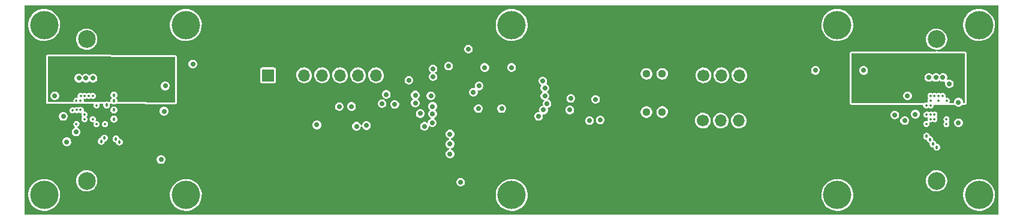
<source format=gbr>
G04 #@! TF.GenerationSoftware,KiCad,Pcbnew,5.99.0-unknown-3cd1208~100~ubuntu18.04.1*
G04 #@! TF.CreationDate,2019-09-26T13:34:42+08:00*
G04 #@! TF.ProjectId,external_camera,65787465-726e-4616-9c5f-63616d657261,rev?*
G04 #@! TF.SameCoordinates,Original*
G04 #@! TF.FileFunction,Copper,L4,Inr*
G04 #@! TF.FilePolarity,Positive*
%FSLAX46Y46*%
G04 Gerber Fmt 4.6, Leading zero omitted, Abs format (unit mm)*
G04 Created by KiCad (PCBNEW 5.99.0-unknown-3cd1208~100~ubuntu18.04.1) date 2019-09-26 13:34:42*
%MOMM*%
%LPD*%
G04 APERTURE LIST*
%ADD10O,1.700000X1.700000*%
%ADD11C,1.700000*%
%ADD12C,1.120000*%
%ADD13R,1.700000X1.700000*%
%ADD14C,2.500000*%
%ADD15C,0.711200*%
%ADD16C,0.355600*%
%ADD17C,0.457200*%
%ADD18C,4.000000*%
%ADD19C,0.100000*%
G04 APERTURE END LIST*
D10*
X137160000Y-85090000D03*
X134620000Y-85090000D03*
D11*
X132080000Y-85090000D03*
D12*
X126267436Y-84902272D03*
X124032564Y-84902272D03*
X126267436Y-90297728D03*
X124032564Y-90297728D03*
D10*
X85852000Y-85090000D03*
X83312000Y-85090000D03*
X80772000Y-85090000D03*
X78232000Y-85090000D03*
X75692000Y-85090000D03*
X73152000Y-85090000D03*
D13*
X70612000Y-85090000D03*
D10*
X137080000Y-91500000D03*
X134540000Y-91500000D03*
D11*
X132000000Y-91500000D03*
D14*
X165000000Y-100000000D03*
X165000000Y-80000000D03*
X45000000Y-100000000D03*
X45000000Y-80000000D03*
D15*
X55500000Y-97000000D03*
X116000000Y-91500000D03*
X117500000Y-91400000D03*
X108800000Y-90900000D03*
X113200000Y-90000000D03*
X97800000Y-100200000D03*
X82400000Y-89500000D03*
X80675000Y-89525000D03*
X92100000Y-90500000D03*
X93600000Y-88000000D03*
X55925000Y-90175000D03*
X86700000Y-89100000D03*
X88500000Y-89200000D03*
X83100000Y-92300000D03*
X84512500Y-92187500D03*
X77500000Y-92100000D03*
X80400000Y-92300000D03*
X113350000Y-88350000D03*
X116850000Y-88500000D03*
X162000000Y-88650000D03*
D16*
X42350000Y-88700000D03*
D15*
X43500000Y-93100000D03*
X93850000Y-89500000D03*
X93850000Y-90550000D03*
X100300000Y-89800000D03*
X96100000Y-83800000D03*
X60000000Y-83500000D03*
X41700000Y-88000000D03*
X40500000Y-88000000D03*
D17*
X165050000Y-95250000D03*
X164500000Y-94800000D03*
X164050000Y-94150000D03*
D15*
X160500000Y-91500000D03*
X166800000Y-86300000D03*
X168100000Y-91800000D03*
D16*
X167000000Y-92000000D03*
X166400000Y-91320001D03*
X166400000Y-92000000D03*
X163600000Y-90650000D03*
X164700000Y-90650000D03*
X164150000Y-91300000D03*
X164150000Y-90650000D03*
X165300000Y-88665785D03*
D15*
X168100000Y-88900000D03*
X165900000Y-85400000D03*
X164900000Y-85400000D03*
X162900000Y-85400000D03*
D16*
X163000000Y-88000000D03*
X167000000Y-88000000D03*
X165850000Y-88000000D03*
X165299469Y-88000000D03*
X164152442Y-87997558D03*
X164700000Y-88000000D03*
D15*
X163900000Y-85400000D03*
X160900000Y-88000000D03*
X159100000Y-90700000D03*
X162000000Y-90600000D03*
X56100000Y-86600000D03*
X154700000Y-83400000D03*
X154700000Y-84400000D03*
X147900000Y-84400000D03*
X109500000Y-90000000D03*
X109400000Y-85900000D03*
X109000000Y-83900000D03*
X105000000Y-84000000D03*
X101200000Y-84000000D03*
X98900000Y-81400000D03*
X96100000Y-84800000D03*
X93900000Y-84200000D03*
X93900000Y-85300000D03*
D17*
X163600000Y-93700000D03*
D15*
X96300000Y-96200000D03*
X96300000Y-94800000D03*
X93800000Y-91800000D03*
D16*
X46400000Y-89350000D03*
X45806023Y-89341620D03*
X43550000Y-88700000D03*
X42999072Y-90049104D03*
X44700000Y-90650000D03*
X46999104Y-90699072D03*
X45300000Y-88000000D03*
X43600000Y-90000000D03*
X44150000Y-90000000D03*
X43550000Y-92000000D03*
D18*
X39000000Y-78000000D03*
X39000000Y-102000000D03*
X171000000Y-102000000D03*
X171000000Y-78000000D03*
X59000000Y-78000000D03*
X59000000Y-102000000D03*
X151000000Y-102000000D03*
X151000000Y-78000000D03*
X105000000Y-102000000D03*
X105000000Y-78000000D03*
D16*
X164150000Y-88650000D03*
X166400000Y-89950000D03*
X166409957Y-90688895D03*
X166450000Y-88700000D03*
X164700000Y-91300000D03*
X163550000Y-89350000D03*
X163554855Y-91955602D03*
X163600000Y-91300000D03*
X164150000Y-89350000D03*
D17*
X47066513Y-94433487D03*
X47533487Y-93966513D03*
X49133026Y-94066513D03*
X49600000Y-94533487D03*
D15*
X42200000Y-94500000D03*
X41700000Y-90900000D03*
D16*
X44152442Y-87997558D03*
X43000000Y-88000000D03*
D15*
X44900000Y-85500000D03*
X45900000Y-85500000D03*
X43900000Y-85500000D03*
X42900000Y-85500000D03*
D16*
X44700000Y-88000000D03*
X45850000Y-88000000D03*
X44150000Y-88700000D03*
X47000000Y-88000000D03*
X45850000Y-91300000D03*
X44700889Y-91299111D03*
X43550373Y-91299627D03*
X47000000Y-92000000D03*
X46400000Y-92000000D03*
X47600000Y-92000000D03*
D17*
X47800000Y-89300000D03*
X48850000Y-91300000D03*
X48850000Y-90000000D03*
X48850000Y-88700000D03*
X48850000Y-87900000D03*
D15*
X55100000Y-84600000D03*
X87300000Y-87800000D03*
X90500000Y-85800000D03*
X87800000Y-85800000D03*
X96300000Y-93400000D03*
X92700000Y-92300000D03*
X100400000Y-86600000D03*
X99600000Y-87500000D03*
X103600000Y-89800000D03*
X109700000Y-86900000D03*
X109700000Y-88000000D03*
X110000000Y-89100000D03*
X91400000Y-87900000D03*
X91400000Y-89000000D03*
D19*
G36*
X173746001Y-104746000D02*
G01*
X36254000Y-104746000D01*
X36254000Y-102130191D01*
X36742026Y-102130191D01*
X36793611Y-102497234D01*
X36904446Y-102850911D01*
X37071565Y-103181751D01*
X37290467Y-103480843D01*
X37555282Y-103740168D01*
X37858898Y-103952762D01*
X38193158Y-104112913D01*
X38549083Y-104216318D01*
X38917125Y-104260205D01*
X39287381Y-104243391D01*
X39649933Y-104166329D01*
X39995021Y-104031091D01*
X40313389Y-103841306D01*
X40596487Y-103602069D01*
X40836709Y-103319809D01*
X41027604Y-103002106D01*
X41164049Y-102657484D01*
X41242375Y-102295213D01*
X41246408Y-102130191D01*
X56742026Y-102130191D01*
X56793611Y-102497234D01*
X56904446Y-102850911D01*
X57071565Y-103181751D01*
X57290467Y-103480843D01*
X57555282Y-103740168D01*
X57858898Y-103952762D01*
X58193158Y-104112913D01*
X58549083Y-104216318D01*
X58917125Y-104260205D01*
X59287381Y-104243391D01*
X59649933Y-104166329D01*
X59995021Y-104031091D01*
X60313389Y-103841306D01*
X60596487Y-103602069D01*
X60836709Y-103319809D01*
X61027604Y-103002106D01*
X61164049Y-102657484D01*
X61242375Y-102295213D01*
X61246408Y-102130191D01*
X102742026Y-102130191D01*
X102793611Y-102497234D01*
X102904446Y-102850911D01*
X103071565Y-103181751D01*
X103290467Y-103480843D01*
X103555282Y-103740168D01*
X103858898Y-103952762D01*
X104193158Y-104112913D01*
X104549083Y-104216318D01*
X104917125Y-104260205D01*
X105287381Y-104243391D01*
X105649933Y-104166329D01*
X105995021Y-104031091D01*
X106313389Y-103841306D01*
X106596487Y-103602069D01*
X106836709Y-103319809D01*
X107027604Y-103002106D01*
X107164049Y-102657484D01*
X107242375Y-102295213D01*
X107246408Y-102130191D01*
X148742026Y-102130191D01*
X148793611Y-102497234D01*
X148904446Y-102850911D01*
X149071565Y-103181751D01*
X149290467Y-103480843D01*
X149555282Y-103740168D01*
X149858898Y-103952762D01*
X150193158Y-104112913D01*
X150549083Y-104216318D01*
X150917125Y-104260205D01*
X151287381Y-104243391D01*
X151649933Y-104166329D01*
X151995021Y-104031091D01*
X152313389Y-103841306D01*
X152596487Y-103602069D01*
X152836709Y-103319809D01*
X153027604Y-103002106D01*
X153164049Y-102657484D01*
X153242375Y-102295213D01*
X153246408Y-102130191D01*
X168742026Y-102130191D01*
X168793611Y-102497234D01*
X168904446Y-102850911D01*
X169071565Y-103181751D01*
X169290467Y-103480843D01*
X169555282Y-103740168D01*
X169858898Y-103952762D01*
X170193158Y-104112913D01*
X170549083Y-104216318D01*
X170917125Y-104260205D01*
X171287381Y-104243391D01*
X171649933Y-104166329D01*
X171995021Y-104031091D01*
X172313389Y-103841306D01*
X172596487Y-103602069D01*
X172836709Y-103319809D01*
X173027604Y-103002106D01*
X173164049Y-102657484D01*
X173242375Y-102295213D01*
X173254119Y-101814679D01*
X173193583Y-101449013D01*
X173074135Y-101098136D01*
X172898990Y-100771492D01*
X172672842Y-100477832D01*
X172401766Y-100225050D01*
X172093053Y-100019942D01*
X171754980Y-99868005D01*
X171396631Y-99773326D01*
X171027630Y-99738445D01*
X170657891Y-99764300D01*
X170297337Y-99850196D01*
X169955648Y-99993828D01*
X169642020Y-100191330D01*
X169364844Y-100437420D01*
X169131595Y-100725458D01*
X168948518Y-101047731D01*
X168820534Y-101395582D01*
X168751082Y-101759661D01*
X168742026Y-102130191D01*
X153246408Y-102130191D01*
X153254119Y-101814679D01*
X153193583Y-101449013D01*
X153074135Y-101098136D01*
X152898990Y-100771492D01*
X152672842Y-100477832D01*
X152401766Y-100225050D01*
X152093053Y-100019942D01*
X152013516Y-99984196D01*
X163491191Y-99984196D01*
X163508073Y-100225631D01*
X163563341Y-100461263D01*
X163655566Y-100685023D01*
X163782385Y-100891161D01*
X163940526Y-101074369D01*
X164125926Y-101229939D01*
X164333815Y-101353866D01*
X164558843Y-101442961D01*
X164795218Y-101494931D01*
X165036867Y-101508441D01*
X165277565Y-101483142D01*
X165511120Y-101419687D01*
X165731525Y-101319707D01*
X165933112Y-101185773D01*
X166110692Y-101021333D01*
X166259692Y-100830621D01*
X166376292Y-100618527D01*
X166457478Y-100390531D01*
X166501168Y-100152483D01*
X166504032Y-99878988D01*
X166465337Y-99640078D01*
X166388943Y-99410432D01*
X166276813Y-99195946D01*
X166131839Y-99002154D01*
X165957740Y-98834028D01*
X165759002Y-98695903D01*
X165540740Y-98591329D01*
X165308557Y-98522994D01*
X165068449Y-98492661D01*
X164826571Y-98501108D01*
X164589164Y-98548116D01*
X164362312Y-98632480D01*
X164151880Y-98752023D01*
X163963258Y-98903678D01*
X163801315Y-99083534D01*
X163670208Y-99286972D01*
X163573314Y-99508757D01*
X163513125Y-99743172D01*
X163491191Y-99984196D01*
X152013516Y-99984196D01*
X151754980Y-99868005D01*
X151396631Y-99773326D01*
X151027630Y-99738445D01*
X150657891Y-99764300D01*
X150297337Y-99850196D01*
X149955648Y-99993828D01*
X149642020Y-100191330D01*
X149364844Y-100437420D01*
X149131595Y-100725458D01*
X148948518Y-101047731D01*
X148820534Y-101395582D01*
X148751082Y-101759661D01*
X148742026Y-102130191D01*
X107246408Y-102130191D01*
X107254119Y-101814679D01*
X107193583Y-101449013D01*
X107074135Y-101098136D01*
X106898990Y-100771492D01*
X106672842Y-100477832D01*
X106401766Y-100225050D01*
X106093053Y-100019942D01*
X105754980Y-99868005D01*
X105396631Y-99773326D01*
X105027630Y-99738445D01*
X104657891Y-99764300D01*
X104297337Y-99850196D01*
X103955648Y-99993828D01*
X103642020Y-100191330D01*
X103364844Y-100437420D01*
X103131595Y-100725458D01*
X102948518Y-101047731D01*
X102820534Y-101395582D01*
X102751082Y-101759661D01*
X102742026Y-102130191D01*
X61246408Y-102130191D01*
X61254119Y-101814679D01*
X61193583Y-101449013D01*
X61074135Y-101098136D01*
X60898990Y-100771492D01*
X60672842Y-100477832D01*
X60401766Y-100225050D01*
X60218742Y-100103449D01*
X97190401Y-100103449D01*
X97190401Y-100296551D01*
X97250073Y-100480202D01*
X97363575Y-100636425D01*
X97519798Y-100749927D01*
X97703449Y-100809599D01*
X97896551Y-100809599D01*
X98080202Y-100749927D01*
X98236425Y-100636425D01*
X98349927Y-100480202D01*
X98409599Y-100296551D01*
X98409599Y-100103449D01*
X98349927Y-99919798D01*
X98236425Y-99763575D01*
X98080202Y-99650073D01*
X97896551Y-99590401D01*
X97703449Y-99590401D01*
X97519798Y-99650073D01*
X97363575Y-99763575D01*
X97250073Y-99919798D01*
X97190401Y-100103449D01*
X60218742Y-100103449D01*
X60093053Y-100019942D01*
X59754980Y-99868005D01*
X59396631Y-99773326D01*
X59027630Y-99738445D01*
X58657891Y-99764300D01*
X58297337Y-99850196D01*
X57955648Y-99993828D01*
X57642020Y-100191330D01*
X57364844Y-100437420D01*
X57131595Y-100725458D01*
X56948518Y-101047731D01*
X56820534Y-101395582D01*
X56751082Y-101759661D01*
X56742026Y-102130191D01*
X41246408Y-102130191D01*
X41254119Y-101814679D01*
X41193583Y-101449013D01*
X41074135Y-101098136D01*
X40898990Y-100771492D01*
X40672842Y-100477832D01*
X40401766Y-100225050D01*
X40093053Y-100019942D01*
X40013516Y-99984196D01*
X43491191Y-99984196D01*
X43508073Y-100225631D01*
X43563341Y-100461263D01*
X43655566Y-100685023D01*
X43782385Y-100891161D01*
X43940526Y-101074369D01*
X44125926Y-101229939D01*
X44333815Y-101353866D01*
X44558843Y-101442961D01*
X44795218Y-101494931D01*
X45036867Y-101508441D01*
X45277565Y-101483142D01*
X45511120Y-101419687D01*
X45731525Y-101319707D01*
X45933112Y-101185773D01*
X46110692Y-101021333D01*
X46259692Y-100830621D01*
X46376292Y-100618527D01*
X46457478Y-100390531D01*
X46501168Y-100152483D01*
X46504032Y-99878988D01*
X46465337Y-99640078D01*
X46388943Y-99410432D01*
X46276813Y-99195946D01*
X46131839Y-99002154D01*
X45957740Y-98834028D01*
X45759002Y-98695903D01*
X45540740Y-98591329D01*
X45308557Y-98522994D01*
X45068449Y-98492661D01*
X44826571Y-98501108D01*
X44589164Y-98548116D01*
X44362312Y-98632480D01*
X44151880Y-98752023D01*
X43963258Y-98903678D01*
X43801315Y-99083534D01*
X43670208Y-99286972D01*
X43573314Y-99508757D01*
X43513125Y-99743172D01*
X43491191Y-99984196D01*
X40013516Y-99984196D01*
X39754980Y-99868005D01*
X39396631Y-99773326D01*
X39027630Y-99738445D01*
X38657891Y-99764300D01*
X38297337Y-99850196D01*
X37955648Y-99993828D01*
X37642020Y-100191330D01*
X37364844Y-100437420D01*
X37131595Y-100725458D01*
X36948518Y-101047731D01*
X36820534Y-101395582D01*
X36751082Y-101759661D01*
X36742026Y-102130191D01*
X36254000Y-102130191D01*
X36254000Y-96903449D01*
X54890401Y-96903449D01*
X54890401Y-97096551D01*
X54950073Y-97280202D01*
X55063575Y-97436425D01*
X55219798Y-97549927D01*
X55403449Y-97609599D01*
X55596551Y-97609599D01*
X55780202Y-97549927D01*
X55936425Y-97436425D01*
X56049927Y-97280202D01*
X56109599Y-97096551D01*
X56109599Y-96903449D01*
X56049927Y-96719798D01*
X55936425Y-96563575D01*
X55780202Y-96450073D01*
X55596551Y-96390401D01*
X55403449Y-96390401D01*
X55219798Y-96450073D01*
X55063575Y-96563575D01*
X54950073Y-96719798D01*
X54890401Y-96903449D01*
X36254000Y-96903449D01*
X36254000Y-94403449D01*
X41590401Y-94403449D01*
X41590401Y-94596551D01*
X41650073Y-94780202D01*
X41763575Y-94936425D01*
X41919798Y-95049927D01*
X42103449Y-95109599D01*
X42296551Y-95109599D01*
X42480202Y-95049927D01*
X42636425Y-94936425D01*
X42749927Y-94780202D01*
X42809599Y-94596551D01*
X42809599Y-94403449D01*
X42791711Y-94348393D01*
X46583914Y-94348393D01*
X46583914Y-94518581D01*
X46642123Y-94678510D01*
X46751519Y-94808883D01*
X46898907Y-94893978D01*
X47066513Y-94923531D01*
X47234119Y-94893978D01*
X47381507Y-94808883D01*
X47490903Y-94678510D01*
X47574306Y-94449359D01*
X47701094Y-94427004D01*
X47848481Y-94341909D01*
X47957877Y-94211536D01*
X48016086Y-94051607D01*
X48016086Y-93981419D01*
X48650427Y-93981419D01*
X48650427Y-94151607D01*
X48708636Y-94311536D01*
X48818032Y-94441909D01*
X48965419Y-94527004D01*
X49092207Y-94549359D01*
X49175610Y-94778510D01*
X49285006Y-94908883D01*
X49432394Y-94993978D01*
X49600000Y-95023531D01*
X49767606Y-94993978D01*
X49914994Y-94908883D01*
X50024390Y-94778510D01*
X50082599Y-94618581D01*
X50082599Y-94448393D01*
X50024390Y-94288464D01*
X49914994Y-94158091D01*
X49767607Y-94072996D01*
X49640819Y-94050641D01*
X49557416Y-93821490D01*
X49448020Y-93691117D01*
X49300632Y-93606022D01*
X49133026Y-93576469D01*
X48965420Y-93606022D01*
X48818032Y-93691117D01*
X48708636Y-93821490D01*
X48650427Y-93981419D01*
X48016086Y-93981419D01*
X48016086Y-93881419D01*
X47957877Y-93721490D01*
X47848481Y-93591117D01*
X47701093Y-93506022D01*
X47533487Y-93476469D01*
X47365881Y-93506022D01*
X47218493Y-93591117D01*
X47109097Y-93721490D01*
X47025694Y-93950641D01*
X46898906Y-93972996D01*
X46751519Y-94058091D01*
X46642123Y-94188464D01*
X46583914Y-94348393D01*
X42791711Y-94348393D01*
X42749927Y-94219798D01*
X42636425Y-94063575D01*
X42480202Y-93950073D01*
X42296551Y-93890401D01*
X42103449Y-93890401D01*
X41919798Y-93950073D01*
X41763575Y-94063575D01*
X41650073Y-94219798D01*
X41590401Y-94403449D01*
X36254000Y-94403449D01*
X36254000Y-93003449D01*
X42890401Y-93003449D01*
X42890401Y-93196551D01*
X42950073Y-93380202D01*
X43063575Y-93536425D01*
X43219798Y-93649927D01*
X43403449Y-93709599D01*
X43596551Y-93709599D01*
X43780202Y-93649927D01*
X43936425Y-93536425D01*
X44049927Y-93380202D01*
X44074865Y-93303449D01*
X95690401Y-93303449D01*
X95690401Y-93496551D01*
X95750073Y-93680202D01*
X95863575Y-93836425D01*
X96019798Y-93949927D01*
X96199931Y-94008456D01*
X96199931Y-94191544D01*
X96019798Y-94250073D01*
X95863575Y-94363575D01*
X95750073Y-94519798D01*
X95690401Y-94703449D01*
X95690401Y-94896551D01*
X95750073Y-95080202D01*
X95863575Y-95236425D01*
X96019798Y-95349927D01*
X96199931Y-95408456D01*
X96199931Y-95591544D01*
X96019798Y-95650073D01*
X95863575Y-95763575D01*
X95750073Y-95919798D01*
X95690401Y-96103449D01*
X95690401Y-96296551D01*
X95750073Y-96480202D01*
X95863575Y-96636425D01*
X96019798Y-96749927D01*
X96203449Y-96809599D01*
X96396551Y-96809599D01*
X96580202Y-96749927D01*
X96736425Y-96636425D01*
X96849927Y-96480202D01*
X96909599Y-96296551D01*
X96909599Y-96103449D01*
X96849927Y-95919798D01*
X96736425Y-95763575D01*
X96580202Y-95650073D01*
X96400069Y-95591544D01*
X96400069Y-95408456D01*
X96580202Y-95349927D01*
X96736425Y-95236425D01*
X96849927Y-95080202D01*
X96909599Y-94896551D01*
X96909599Y-94703449D01*
X96849927Y-94519798D01*
X96736425Y-94363575D01*
X96580202Y-94250073D01*
X96400069Y-94191544D01*
X96400069Y-94008456D01*
X96580202Y-93949927D01*
X96736425Y-93836425D01*
X96849927Y-93680202D01*
X96871143Y-93614906D01*
X163117401Y-93614906D01*
X163117401Y-93785094D01*
X163175610Y-93945023D01*
X163285006Y-94075396D01*
X163432394Y-94160491D01*
X163547644Y-94180812D01*
X163625610Y-94395023D01*
X163735006Y-94525396D01*
X163882395Y-94610491D01*
X164017401Y-94634297D01*
X164017401Y-94885094D01*
X164075610Y-95045023D01*
X164185006Y-95175396D01*
X164332394Y-95260491D01*
X164554502Y-95299654D01*
X164625610Y-95495023D01*
X164735006Y-95625396D01*
X164882394Y-95710491D01*
X165050000Y-95740044D01*
X165217606Y-95710491D01*
X165364994Y-95625396D01*
X165474390Y-95495023D01*
X165532599Y-95335094D01*
X165532599Y-95164906D01*
X165474390Y-95004977D01*
X165364994Y-94874604D01*
X165217606Y-94789509D01*
X164995498Y-94750346D01*
X164924390Y-94554977D01*
X164814994Y-94424604D01*
X164667605Y-94339509D01*
X164532599Y-94315703D01*
X164532599Y-94064906D01*
X164474390Y-93904977D01*
X164364994Y-93774604D01*
X164217606Y-93689509D01*
X164102356Y-93669188D01*
X164024390Y-93454977D01*
X163914994Y-93324604D01*
X163767606Y-93239509D01*
X163600000Y-93209956D01*
X163432394Y-93239509D01*
X163285006Y-93324604D01*
X163175610Y-93454977D01*
X163117401Y-93614906D01*
X96871143Y-93614906D01*
X96909599Y-93496551D01*
X96909599Y-93303449D01*
X96849927Y-93119798D01*
X96736425Y-92963575D01*
X96580202Y-92850073D01*
X96396551Y-92790401D01*
X96203449Y-92790401D01*
X96019798Y-92850073D01*
X95863575Y-92963575D01*
X95750073Y-93119798D01*
X95690401Y-93303449D01*
X44074865Y-93303449D01*
X44109599Y-93196551D01*
X44109599Y-93003449D01*
X44049927Y-92819798D01*
X43936425Y-92663575D01*
X43629182Y-92440351D01*
X43807581Y-92355834D01*
X43918411Y-92239247D01*
X43979838Y-92090582D01*
X43981922Y-91919947D01*
X43924146Y-91769824D01*
X43816198Y-91650565D01*
X43672555Y-91578163D01*
X43512479Y-91562326D01*
X43357432Y-91605180D01*
X43228207Y-91700975D01*
X43142136Y-91836865D01*
X43110754Y-91994632D01*
X43138273Y-92153121D01*
X43221000Y-92291076D01*
X43327745Y-92374323D01*
X43301504Y-92523525D01*
X43219798Y-92550073D01*
X43063575Y-92663575D01*
X42950073Y-92819798D01*
X42890401Y-93003449D01*
X36254000Y-93003449D01*
X36254000Y-90803449D01*
X41090401Y-90803449D01*
X41090401Y-90996551D01*
X41150073Y-91180202D01*
X41263575Y-91336425D01*
X41419798Y-91449927D01*
X41603449Y-91509599D01*
X41796551Y-91509599D01*
X41980202Y-91449927D01*
X42136425Y-91336425D01*
X42249927Y-91180202D01*
X42309599Y-90996551D01*
X42309599Y-90803449D01*
X42249927Y-90619798D01*
X42136425Y-90463575D01*
X41980202Y-90350073D01*
X41796551Y-90290401D01*
X41603449Y-90290401D01*
X41419798Y-90350073D01*
X41263575Y-90463575D01*
X41150073Y-90619798D01*
X41090401Y-90803449D01*
X36254000Y-90803449D01*
X36254000Y-90043736D01*
X42559826Y-90043736D01*
X42587345Y-90202225D01*
X42670072Y-90340180D01*
X42796916Y-90439103D01*
X42950868Y-90485731D01*
X43111283Y-90473809D01*
X43256653Y-90404938D01*
X43324938Y-90333105D01*
X43397860Y-90390004D01*
X43551796Y-90436627D01*
X43712212Y-90424705D01*
X43886479Y-90342143D01*
X43947844Y-90389999D01*
X44101794Y-90436626D01*
X44305136Y-90421516D01*
X44260754Y-90644632D01*
X44288273Y-90803121D01*
X44393115Y-90977954D01*
X44293025Y-91135976D01*
X44261643Y-91293743D01*
X44289162Y-91452232D01*
X44371889Y-91590187D01*
X44498733Y-91689110D01*
X44652685Y-91735738D01*
X44813101Y-91723816D01*
X44958469Y-91654946D01*
X45069300Y-91538358D01*
X45130727Y-91389693D01*
X45131887Y-91294632D01*
X45410754Y-91294632D01*
X45438273Y-91453121D01*
X45521000Y-91591076D01*
X45647844Y-91689999D01*
X45801795Y-91736627D01*
X46015231Y-91720763D01*
X45960754Y-91994632D01*
X45988273Y-92153121D01*
X46071000Y-92291076D01*
X46197844Y-92389999D01*
X46351796Y-92436627D01*
X46512212Y-92424705D01*
X46657580Y-92355835D01*
X46768411Y-92239247D01*
X46829838Y-92090582D01*
X46831009Y-91994632D01*
X47160754Y-91994632D01*
X47188273Y-92153121D01*
X47271000Y-92291076D01*
X47397844Y-92389999D01*
X47551796Y-92436627D01*
X47712212Y-92424705D01*
X47857580Y-92355835D01*
X47968411Y-92239247D01*
X48029838Y-92090582D01*
X48030902Y-92003449D01*
X76890401Y-92003449D01*
X76890401Y-92196551D01*
X76950073Y-92380202D01*
X77063575Y-92536425D01*
X77219798Y-92649927D01*
X77403449Y-92709599D01*
X77596551Y-92709599D01*
X77780202Y-92649927D01*
X77936425Y-92536425D01*
X78049927Y-92380202D01*
X78107357Y-92203449D01*
X82490401Y-92203449D01*
X82490401Y-92396551D01*
X82550073Y-92580202D01*
X82663575Y-92736425D01*
X82819798Y-92849927D01*
X83003449Y-92909599D01*
X83196551Y-92909599D01*
X83380202Y-92849927D01*
X83536425Y-92736425D01*
X83649927Y-92580202D01*
X83732983Y-92324584D01*
X83916071Y-92324584D01*
X83962573Y-92467702D01*
X84076075Y-92623925D01*
X84232298Y-92737427D01*
X84415949Y-92797099D01*
X84609051Y-92797099D01*
X84792702Y-92737427D01*
X84948925Y-92623925D01*
X85062427Y-92467702D01*
X85122099Y-92284051D01*
X85122099Y-92203449D01*
X92090401Y-92203449D01*
X92090401Y-92396551D01*
X92150073Y-92580202D01*
X92263575Y-92736425D01*
X92419798Y-92849927D01*
X92603449Y-92909599D01*
X92796551Y-92909599D01*
X92980202Y-92849927D01*
X93136425Y-92736425D01*
X93249927Y-92580202D01*
X93361998Y-92235282D01*
X93519798Y-92349927D01*
X93703449Y-92409599D01*
X93896551Y-92409599D01*
X94080202Y-92349927D01*
X94236425Y-92236425D01*
X94349927Y-92080202D01*
X94409599Y-91896551D01*
X94409599Y-91703449D01*
X94349927Y-91519798D01*
X94236425Y-91363575D01*
X94001872Y-91193162D01*
X94286424Y-90986426D01*
X94399927Y-90830202D01*
X94408619Y-90803449D01*
X108190401Y-90803449D01*
X108190401Y-90996551D01*
X108250073Y-91180202D01*
X108363575Y-91336425D01*
X108519798Y-91449927D01*
X108703449Y-91509599D01*
X108896551Y-91509599D01*
X109080202Y-91449927D01*
X109144173Y-91403449D01*
X115390401Y-91403449D01*
X115390401Y-91596551D01*
X115450073Y-91780202D01*
X115563575Y-91936425D01*
X115719798Y-92049927D01*
X115903449Y-92109599D01*
X116096551Y-92109599D01*
X116280202Y-92049927D01*
X116436425Y-91936425D01*
X116549927Y-91780202D01*
X116609599Y-91596551D01*
X116609599Y-91403449D01*
X116577107Y-91303449D01*
X116890401Y-91303449D01*
X116890401Y-91496551D01*
X116950073Y-91680202D01*
X117063575Y-91836425D01*
X117219798Y-91949927D01*
X117403449Y-92009599D01*
X117596551Y-92009599D01*
X117780202Y-91949927D01*
X117936425Y-91836425D01*
X118049927Y-91680202D01*
X118109599Y-91496551D01*
X118109599Y-91496132D01*
X130890986Y-91496132D01*
X130910262Y-91705904D01*
X130968858Y-91908258D01*
X131064661Y-92095877D01*
X131194213Y-92261994D01*
X131352844Y-92400620D01*
X131534818Y-92506744D01*
X131733582Y-92576545D01*
X131941956Y-92607501D01*
X132152430Y-92598496D01*
X132357400Y-92549853D01*
X132549470Y-92463333D01*
X132721724Y-92342046D01*
X132867927Y-92190384D01*
X132982820Y-92013801D01*
X133062245Y-91818691D01*
X133103345Y-91612072D01*
X133103924Y-91445826D01*
X133432303Y-91445826D01*
X133442043Y-91656260D01*
X133491400Y-91861062D01*
X133578595Y-92052836D01*
X133700474Y-92224654D01*
X133852652Y-92370333D01*
X134029632Y-92484608D01*
X134225019Y-92563351D01*
X134505371Y-92604000D01*
X134592631Y-92604000D01*
X134749711Y-92589014D01*
X134951854Y-92529710D01*
X135139137Y-92433254D01*
X135304803Y-92303122D01*
X135442872Y-92144011D01*
X135548361Y-91961666D01*
X135617468Y-91762656D01*
X135647697Y-91554174D01*
X135642683Y-91445826D01*
X135972303Y-91445826D01*
X135982043Y-91656260D01*
X136031400Y-91861062D01*
X136118595Y-92052836D01*
X136240474Y-92224654D01*
X136392652Y-92370333D01*
X136569632Y-92484608D01*
X136765019Y-92563351D01*
X137045371Y-92604000D01*
X137132631Y-92604000D01*
X137289711Y-92589014D01*
X137491854Y-92529710D01*
X137679137Y-92433254D01*
X137844803Y-92303122D01*
X137982872Y-92144011D01*
X138088361Y-91961666D01*
X138157468Y-91762656D01*
X138187697Y-91554174D01*
X138180721Y-91403449D01*
X159890401Y-91403449D01*
X159890401Y-91596551D01*
X159950073Y-91780202D01*
X160063575Y-91936425D01*
X160219798Y-92049927D01*
X160403449Y-92109599D01*
X160596551Y-92109599D01*
X160780202Y-92049927D01*
X160917418Y-91950234D01*
X163115609Y-91950234D01*
X163143128Y-92108723D01*
X163225855Y-92246678D01*
X163352699Y-92345601D01*
X163506651Y-92392229D01*
X163667067Y-92380307D01*
X163812435Y-92311437D01*
X163923266Y-92194849D01*
X163984693Y-92046184D01*
X163988372Y-91745056D01*
X164262212Y-91724705D01*
X164436479Y-91642143D01*
X164497844Y-91689999D01*
X164651796Y-91736627D01*
X164812212Y-91724705D01*
X164957580Y-91655835D01*
X165068411Y-91539247D01*
X165129838Y-91390582D01*
X165130765Y-91314633D01*
X165960754Y-91314633D01*
X165988273Y-91473122D01*
X166102197Y-91663102D01*
X165992136Y-91836865D01*
X165960754Y-91994632D01*
X165988273Y-92153121D01*
X166071000Y-92291076D01*
X166197844Y-92389999D01*
X166351796Y-92436627D01*
X166512212Y-92424705D01*
X166657580Y-92355835D01*
X166768411Y-92239247D01*
X166829838Y-92090582D01*
X166831922Y-91919947D01*
X166774146Y-91769824D01*
X166714066Y-91703449D01*
X167490401Y-91703449D01*
X167490401Y-91896551D01*
X167550073Y-92080202D01*
X167663575Y-92236425D01*
X167819798Y-92349927D01*
X168003449Y-92409599D01*
X168196551Y-92409599D01*
X168380202Y-92349927D01*
X168536425Y-92236425D01*
X168649927Y-92080202D01*
X168709599Y-91896551D01*
X168709599Y-91703449D01*
X168649927Y-91519798D01*
X168536425Y-91363575D01*
X168380202Y-91250073D01*
X168196551Y-91190401D01*
X168003449Y-91190401D01*
X167819798Y-91250073D01*
X167663575Y-91363575D01*
X167550073Y-91519798D01*
X167490401Y-91703449D01*
X166714066Y-91703449D01*
X166673712Y-91658867D01*
X166768410Y-91559248D01*
X166829838Y-91410583D01*
X166831922Y-91239948D01*
X166774146Y-91089825D01*
X166666198Y-90970566D01*
X166522555Y-90898164D01*
X166362479Y-90882327D01*
X166207432Y-90925181D01*
X166078207Y-91020976D01*
X165992136Y-91156866D01*
X165960754Y-91314633D01*
X165130765Y-91314633D01*
X165131922Y-91219947D01*
X165074146Y-91069825D01*
X164987622Y-90974232D01*
X165068411Y-90889248D01*
X165129838Y-90740582D01*
X165131922Y-90569947D01*
X165074146Y-90419824D01*
X164966198Y-90300565D01*
X164822555Y-90228163D01*
X164662479Y-90212326D01*
X164507431Y-90255180D01*
X164434063Y-90309569D01*
X164272556Y-90228163D01*
X164112479Y-90212326D01*
X163957431Y-90255180D01*
X163884063Y-90309569D01*
X163722556Y-90228163D01*
X163562479Y-90212326D01*
X163407432Y-90255180D01*
X163278207Y-90350975D01*
X163192136Y-90486865D01*
X163160754Y-90644632D01*
X163188273Y-90803121D01*
X163271000Y-90941076D01*
X163397844Y-91039999D01*
X163551794Y-91086626D01*
X163755136Y-91071516D01*
X163710754Y-91294633D01*
X163753582Y-91541302D01*
X163517334Y-91517929D01*
X163362287Y-91560782D01*
X163233062Y-91656577D01*
X163146991Y-91792467D01*
X163115609Y-91950234D01*
X160917418Y-91950234D01*
X160936425Y-91936425D01*
X161049927Y-91780202D01*
X161109599Y-91596551D01*
X161109599Y-91403449D01*
X161049927Y-91219798D01*
X160936425Y-91063575D01*
X160780202Y-90950073D01*
X160596551Y-90890401D01*
X160403449Y-90890401D01*
X160219798Y-90950073D01*
X160063575Y-91063575D01*
X159950073Y-91219798D01*
X159890401Y-91403449D01*
X138180721Y-91403449D01*
X138177957Y-91343740D01*
X138128600Y-91138938D01*
X138041405Y-90947164D01*
X137919526Y-90775346D01*
X137767348Y-90629667D01*
X137726744Y-90603449D01*
X158490401Y-90603449D01*
X158490401Y-90796551D01*
X158550073Y-90980202D01*
X158663575Y-91136425D01*
X158819798Y-91249927D01*
X159003449Y-91309599D01*
X159196551Y-91309599D01*
X159380202Y-91249927D01*
X159536425Y-91136425D01*
X159649927Y-90980202D01*
X159709599Y-90796551D01*
X159709599Y-90603449D01*
X159677107Y-90503449D01*
X161390401Y-90503449D01*
X161390401Y-90696551D01*
X161450073Y-90880202D01*
X161563575Y-91036425D01*
X161719798Y-91149927D01*
X161903449Y-91209599D01*
X162096551Y-91209599D01*
X162280202Y-91149927D01*
X162436425Y-91036425D01*
X162549927Y-90880202D01*
X162609599Y-90696551D01*
X162609599Y-90503449D01*
X162549927Y-90319798D01*
X162436425Y-90163575D01*
X162280202Y-90050073D01*
X162096551Y-89990401D01*
X161903449Y-89990401D01*
X161719798Y-90050073D01*
X161563575Y-90163575D01*
X161450073Y-90319798D01*
X161390401Y-90503449D01*
X159677107Y-90503449D01*
X159649927Y-90419798D01*
X159536425Y-90263575D01*
X159380202Y-90150073D01*
X159196551Y-90090401D01*
X159003449Y-90090401D01*
X158819798Y-90150073D01*
X158663575Y-90263575D01*
X158550073Y-90419798D01*
X158490401Y-90603449D01*
X137726744Y-90603449D01*
X137590368Y-90515392D01*
X137394981Y-90436649D01*
X137114629Y-90396000D01*
X137027369Y-90396000D01*
X136870289Y-90410986D01*
X136668146Y-90470290D01*
X136480863Y-90566746D01*
X136315197Y-90696878D01*
X136177128Y-90855989D01*
X136071639Y-91038334D01*
X136002532Y-91237344D01*
X135972303Y-91445826D01*
X135642683Y-91445826D01*
X135637957Y-91343740D01*
X135588600Y-91138938D01*
X135501405Y-90947164D01*
X135379526Y-90775346D01*
X135227348Y-90629667D01*
X135050368Y-90515392D01*
X134854981Y-90436649D01*
X134574629Y-90396000D01*
X134487369Y-90396000D01*
X134330289Y-90410986D01*
X134128146Y-90470290D01*
X133940863Y-90566746D01*
X133775197Y-90696878D01*
X133637128Y-90855989D01*
X133531639Y-91038334D01*
X133462532Y-91237344D01*
X133432303Y-91445826D01*
X133103924Y-91445826D01*
X133104099Y-91395636D01*
X133064444Y-91188734D01*
X132986381Y-90993070D01*
X132872726Y-90815694D01*
X132727583Y-90663012D01*
X132556184Y-90540528D01*
X132364719Y-90452666D01*
X132160094Y-90402595D01*
X131949689Y-90392121D01*
X131741107Y-90421620D01*
X131541859Y-90490033D01*
X131359143Y-90594887D01*
X131199553Y-90732399D01*
X131068844Y-90897608D01*
X130971733Y-91084553D01*
X130911727Y-91286487D01*
X130890986Y-91496132D01*
X118109599Y-91496132D01*
X118109599Y-91303449D01*
X118049927Y-91119798D01*
X117936425Y-90963575D01*
X117780202Y-90850073D01*
X117596551Y-90790401D01*
X117403449Y-90790401D01*
X117219798Y-90850073D01*
X117063575Y-90963575D01*
X116950073Y-91119798D01*
X116890401Y-91303449D01*
X116577107Y-91303449D01*
X116549927Y-91219798D01*
X116436425Y-91063575D01*
X116280202Y-90950073D01*
X116096551Y-90890401D01*
X115903449Y-90890401D01*
X115719798Y-90950073D01*
X115563575Y-91063575D01*
X115450073Y-91219798D01*
X115390401Y-91403449D01*
X109144173Y-91403449D01*
X109236425Y-91336425D01*
X109349927Y-91180202D01*
X109409599Y-90996551D01*
X109409599Y-90803450D01*
X109346612Y-90609599D01*
X109596551Y-90609599D01*
X109780202Y-90549927D01*
X109936425Y-90436425D01*
X110049927Y-90280202D01*
X110109599Y-90096551D01*
X110109599Y-89903449D01*
X112590401Y-89903449D01*
X112590401Y-90096551D01*
X112650073Y-90280202D01*
X112763575Y-90436425D01*
X112919798Y-90549927D01*
X113103449Y-90609599D01*
X113296551Y-90609599D01*
X113480202Y-90549927D01*
X113636425Y-90436425D01*
X113679117Y-90377663D01*
X123217323Y-90377663D01*
X123255293Y-90556293D01*
X123331892Y-90722070D01*
X123443317Y-90866757D01*
X123584030Y-90983164D01*
X123747030Y-91065503D01*
X123924226Y-91109682D01*
X124106802Y-91113507D01*
X124285698Y-91076785D01*
X124452001Y-91001347D01*
X124597467Y-90890932D01*
X124714853Y-90751037D01*
X124798327Y-90588614D01*
X124843742Y-90411735D01*
X124844217Y-90377663D01*
X125452195Y-90377663D01*
X125490165Y-90556293D01*
X125566764Y-90722070D01*
X125678189Y-90866757D01*
X125818902Y-90983164D01*
X125981902Y-91065503D01*
X126159098Y-91109682D01*
X126341674Y-91113507D01*
X126520570Y-91076785D01*
X126686873Y-91001347D01*
X126832339Y-90890932D01*
X126949725Y-90751037D01*
X127033199Y-90588614D01*
X127078614Y-90411735D01*
X127081481Y-90206417D01*
X127041022Y-90028337D01*
X126962113Y-89863641D01*
X126848682Y-89720527D01*
X126706360Y-89606096D01*
X126542223Y-89526042D01*
X126364428Y-89484340D01*
X126181813Y-89483065D01*
X126003452Y-89522280D01*
X125838211Y-89600038D01*
X125694309Y-89712466D01*
X125578886Y-89853988D01*
X125497686Y-90017563D01*
X125454746Y-90195060D01*
X125452195Y-90377663D01*
X124844217Y-90377663D01*
X124846609Y-90206417D01*
X124806150Y-90028337D01*
X124727241Y-89863641D01*
X124613810Y-89720527D01*
X124471488Y-89606096D01*
X124307351Y-89526042D01*
X124129556Y-89484340D01*
X123946941Y-89483065D01*
X123768580Y-89522280D01*
X123603339Y-89600038D01*
X123459437Y-89712466D01*
X123344014Y-89853988D01*
X123262814Y-90017563D01*
X123219874Y-90195060D01*
X123217323Y-90377663D01*
X113679117Y-90377663D01*
X113749927Y-90280202D01*
X113809599Y-90096551D01*
X113809599Y-89903449D01*
X113749927Y-89719798D01*
X113636425Y-89563575D01*
X113480202Y-89450073D01*
X113296551Y-89390401D01*
X113103449Y-89390401D01*
X112919798Y-89450073D01*
X112763575Y-89563575D01*
X112650073Y-89719798D01*
X112590401Y-89903449D01*
X110109599Y-89903449D01*
X110051382Y-89724275D01*
X110280202Y-89649927D01*
X110436425Y-89536425D01*
X110549927Y-89380202D01*
X110609599Y-89196551D01*
X110609599Y-89003449D01*
X110549927Y-88819798D01*
X110436425Y-88663575D01*
X110280202Y-88550073D01*
X110097083Y-88490574D01*
X110249927Y-88280202D01*
X110258619Y-88253449D01*
X112740401Y-88253449D01*
X112740401Y-88446551D01*
X112800073Y-88630202D01*
X112913575Y-88786425D01*
X113069798Y-88899927D01*
X113253449Y-88959599D01*
X113446551Y-88959599D01*
X113630202Y-88899927D01*
X113786425Y-88786425D01*
X113899927Y-88630202D01*
X113959599Y-88446551D01*
X113959599Y-88403449D01*
X116240401Y-88403449D01*
X116240401Y-88596551D01*
X116300073Y-88780202D01*
X116413575Y-88936425D01*
X116569798Y-89049927D01*
X116753449Y-89109599D01*
X116946551Y-89109599D01*
X117130202Y-89049927D01*
X117286425Y-88936425D01*
X117399927Y-88780202D01*
X117459599Y-88596551D01*
X117459599Y-88403449D01*
X117399927Y-88219798D01*
X117286425Y-88063575D01*
X117130202Y-87950073D01*
X116946551Y-87890401D01*
X116753449Y-87890401D01*
X116569798Y-87950073D01*
X116413575Y-88063575D01*
X116300073Y-88219798D01*
X116240401Y-88403449D01*
X113959599Y-88403449D01*
X113959599Y-88253449D01*
X113899927Y-88069798D01*
X113786425Y-87913575D01*
X113630202Y-87800073D01*
X113446551Y-87740401D01*
X113253449Y-87740401D01*
X113069798Y-87800073D01*
X112913575Y-87913575D01*
X112800073Y-88069798D01*
X112740401Y-88253449D01*
X110258619Y-88253449D01*
X110309599Y-88096551D01*
X110309599Y-87903449D01*
X110249927Y-87719798D01*
X110136425Y-87563576D01*
X109980101Y-87450000D01*
X110136425Y-87336424D01*
X110249927Y-87180202D01*
X110309599Y-86996551D01*
X110309599Y-86803449D01*
X110249927Y-86619798D01*
X110136425Y-86463575D01*
X109879605Y-86276986D01*
X109949927Y-86180202D01*
X110009599Y-85996551D01*
X110009599Y-85803449D01*
X109949927Y-85619798D01*
X109836425Y-85463575D01*
X109680202Y-85350073D01*
X109496551Y-85290401D01*
X109303449Y-85290401D01*
X109119798Y-85350073D01*
X108963575Y-85463575D01*
X108850073Y-85619798D01*
X108790401Y-85803449D01*
X108790401Y-85996551D01*
X108850073Y-86180202D01*
X108963575Y-86336425D01*
X109220395Y-86523014D01*
X109150073Y-86619798D01*
X109090401Y-86803449D01*
X109090401Y-86996551D01*
X109150073Y-87180202D01*
X109263575Y-87336424D01*
X109419899Y-87450000D01*
X109263575Y-87563576D01*
X109150073Y-87719798D01*
X109090401Y-87903449D01*
X109090401Y-88096551D01*
X109150073Y-88280202D01*
X109263575Y-88436425D01*
X109419798Y-88549927D01*
X109602917Y-88609426D01*
X109450073Y-88819798D01*
X109390401Y-89003449D01*
X109390401Y-89196551D01*
X109448618Y-89375725D01*
X109219798Y-89450073D01*
X109063575Y-89563575D01*
X108950073Y-89719798D01*
X108890401Y-89903449D01*
X108890401Y-90096550D01*
X108953388Y-90290401D01*
X108703449Y-90290401D01*
X108519798Y-90350073D01*
X108363575Y-90463575D01*
X108250073Y-90619798D01*
X108190401Y-90803449D01*
X94408619Y-90803449D01*
X94459599Y-90646551D01*
X94459599Y-90453449D01*
X94399927Y-90269798D01*
X94222072Y-90025000D01*
X94399927Y-89780202D01*
X94424865Y-89703449D01*
X99690401Y-89703449D01*
X99690401Y-89896551D01*
X99750073Y-90080202D01*
X99863575Y-90236425D01*
X100019798Y-90349927D01*
X100203449Y-90409599D01*
X100396551Y-90409599D01*
X100580202Y-90349927D01*
X100736425Y-90236425D01*
X100849927Y-90080202D01*
X100909599Y-89896551D01*
X100909599Y-89703449D01*
X102990401Y-89703449D01*
X102990401Y-89896551D01*
X103050073Y-90080202D01*
X103163575Y-90236425D01*
X103319798Y-90349927D01*
X103503449Y-90409599D01*
X103696551Y-90409599D01*
X103880202Y-90349927D01*
X104036425Y-90236425D01*
X104149927Y-90080202D01*
X104209599Y-89896551D01*
X104209599Y-89703449D01*
X104149927Y-89519798D01*
X104036425Y-89363575D01*
X103880202Y-89250073D01*
X103696551Y-89190401D01*
X103503449Y-89190401D01*
X103319798Y-89250073D01*
X103163575Y-89363575D01*
X103050073Y-89519798D01*
X102990401Y-89703449D01*
X100909599Y-89703449D01*
X100849927Y-89519798D01*
X100736425Y-89363575D01*
X100580202Y-89250073D01*
X100396551Y-89190401D01*
X100203449Y-89190401D01*
X100019798Y-89250073D01*
X99863575Y-89363575D01*
X99750073Y-89519798D01*
X99690401Y-89703449D01*
X94424865Y-89703449D01*
X94459599Y-89596551D01*
X94459599Y-89403449D01*
X94399927Y-89219798D01*
X94286425Y-89063575D01*
X94130202Y-88950073D01*
X93946551Y-88890401D01*
X93753449Y-88890401D01*
X93569798Y-88950073D01*
X93413575Y-89063575D01*
X93300073Y-89219798D01*
X93240401Y-89403449D01*
X93240401Y-89596551D01*
X93300073Y-89780202D01*
X93477928Y-90025000D01*
X93300073Y-90269798D01*
X93240401Y-90453449D01*
X93240401Y-90646551D01*
X93300073Y-90830202D01*
X93413575Y-90986425D01*
X93648128Y-91156838D01*
X93363576Y-91363574D01*
X93250073Y-91519798D01*
X93138002Y-91864718D01*
X92980202Y-91750073D01*
X92796551Y-91690401D01*
X92603449Y-91690401D01*
X92419798Y-91750073D01*
X92263575Y-91863575D01*
X92150073Y-92019798D01*
X92090401Y-92203449D01*
X85122099Y-92203449D01*
X85122099Y-92090949D01*
X85062427Y-91907298D01*
X84948925Y-91751075D01*
X84792702Y-91637573D01*
X84609051Y-91577901D01*
X84415949Y-91577901D01*
X84232298Y-91637573D01*
X84076075Y-91751075D01*
X83962573Y-91907298D01*
X83879517Y-92162916D01*
X83696429Y-92162916D01*
X83649927Y-92019798D01*
X83536425Y-91863575D01*
X83380202Y-91750073D01*
X83196551Y-91690401D01*
X83003449Y-91690401D01*
X82819798Y-91750073D01*
X82663575Y-91863575D01*
X82550073Y-92019798D01*
X82490401Y-92203449D01*
X78107357Y-92203449D01*
X78109599Y-92196551D01*
X78109599Y-92003449D01*
X78049927Y-91819798D01*
X77936425Y-91663575D01*
X77780202Y-91550073D01*
X77596551Y-91490401D01*
X77403449Y-91490401D01*
X77219798Y-91550073D01*
X77063575Y-91663575D01*
X76950073Y-91819798D01*
X76890401Y-92003449D01*
X48030902Y-92003449D01*
X48031922Y-91919947D01*
X47974146Y-91769824D01*
X47866198Y-91650565D01*
X47722555Y-91578163D01*
X47562479Y-91562326D01*
X47407432Y-91605180D01*
X47278207Y-91700975D01*
X47192136Y-91836865D01*
X47160754Y-91994632D01*
X46831009Y-91994632D01*
X46831922Y-91919947D01*
X46774146Y-91769824D01*
X46666198Y-91650565D01*
X46522555Y-91578163D01*
X46214910Y-91547727D01*
X46279838Y-91390583D01*
X46281922Y-91219947D01*
X46279982Y-91214906D01*
X48367401Y-91214906D01*
X48367401Y-91385094D01*
X48425610Y-91545023D01*
X48535006Y-91675396D01*
X48682394Y-91760491D01*
X48850000Y-91790044D01*
X49017606Y-91760491D01*
X49164994Y-91675396D01*
X49274390Y-91545023D01*
X49332599Y-91385094D01*
X49332599Y-91214906D01*
X49274390Y-91054977D01*
X49164994Y-90924604D01*
X49017606Y-90839509D01*
X48850000Y-90809956D01*
X48682394Y-90839509D01*
X48535006Y-90924604D01*
X48425610Y-91054977D01*
X48367401Y-91214906D01*
X46279982Y-91214906D01*
X46224146Y-91069824D01*
X46116198Y-90950565D01*
X45972555Y-90878163D01*
X45812479Y-90862326D01*
X45657432Y-90905180D01*
X45528207Y-91000975D01*
X45442136Y-91136865D01*
X45410754Y-91294632D01*
X45131887Y-91294632D01*
X45132811Y-91219058D01*
X45075035Y-91068935D01*
X44988488Y-90973320D01*
X45068411Y-90889247D01*
X45129838Y-90740582D01*
X45131922Y-90569947D01*
X45074146Y-90419824D01*
X44966198Y-90300565D01*
X44822555Y-90228163D01*
X44578453Y-90204013D01*
X44581922Y-89919947D01*
X44579982Y-89914906D01*
X48367401Y-89914906D01*
X48367401Y-90085094D01*
X48425610Y-90245023D01*
X48535006Y-90375396D01*
X48682394Y-90460491D01*
X48850000Y-90490044D01*
X49017606Y-90460491D01*
X49164994Y-90375396D01*
X49274390Y-90245023D01*
X49332599Y-90085094D01*
X49332599Y-90078449D01*
X55315401Y-90078449D01*
X55315401Y-90271551D01*
X55375073Y-90455202D01*
X55488575Y-90611425D01*
X55644798Y-90724927D01*
X55828449Y-90784599D01*
X56021551Y-90784599D01*
X56205202Y-90724927D01*
X56361425Y-90611425D01*
X56474927Y-90455202D01*
X56491742Y-90403449D01*
X91490401Y-90403449D01*
X91490401Y-90596551D01*
X91550073Y-90780202D01*
X91663575Y-90936425D01*
X91819798Y-91049927D01*
X92003449Y-91109599D01*
X92196551Y-91109599D01*
X92380202Y-91049927D01*
X92536425Y-90936425D01*
X92649927Y-90780202D01*
X92709599Y-90596551D01*
X92709599Y-90403449D01*
X92649927Y-90219798D01*
X92536425Y-90063575D01*
X92380202Y-89950073D01*
X92196551Y-89890401D01*
X92003449Y-89890401D01*
X91819798Y-89950073D01*
X91663575Y-90063575D01*
X91550073Y-90219798D01*
X91490401Y-90403449D01*
X56491742Y-90403449D01*
X56534599Y-90271551D01*
X56534599Y-90078449D01*
X56474927Y-89894798D01*
X56361425Y-89738575D01*
X56205202Y-89625073D01*
X56021551Y-89565401D01*
X55828449Y-89565401D01*
X55644798Y-89625073D01*
X55488575Y-89738575D01*
X55375073Y-89894798D01*
X55315401Y-90078449D01*
X49332599Y-90078449D01*
X49332599Y-89914906D01*
X49274390Y-89754977D01*
X49164994Y-89624604D01*
X49017606Y-89539509D01*
X48850000Y-89509956D01*
X48682394Y-89539509D01*
X48535006Y-89624604D01*
X48425610Y-89754977D01*
X48367401Y-89914906D01*
X44579982Y-89914906D01*
X44524146Y-89769824D01*
X44416198Y-89650565D01*
X44272555Y-89578163D01*
X44112479Y-89562326D01*
X43957431Y-89605180D01*
X43884063Y-89659569D01*
X43722556Y-89578163D01*
X43562479Y-89562326D01*
X43407432Y-89605180D01*
X43274020Y-89704079D01*
X43121627Y-89627267D01*
X42961551Y-89611430D01*
X42806504Y-89654284D01*
X42677279Y-89750079D01*
X42591208Y-89885969D01*
X42559826Y-90043736D01*
X36254000Y-90043736D01*
X36254000Y-82450001D01*
X39246000Y-82450001D01*
X39246000Y-88850000D01*
X39265066Y-88946551D01*
X39319895Y-89029104D01*
X39402148Y-89084394D01*
X39499291Y-89103998D01*
X42219013Y-89111555D01*
X42301797Y-89136627D01*
X42462209Y-89124705D01*
X42488389Y-89112302D01*
X43430121Y-89114919D01*
X43501797Y-89136627D01*
X43662209Y-89124705D01*
X43681395Y-89115616D01*
X44035678Y-89116601D01*
X44101796Y-89136627D01*
X44262209Y-89124705D01*
X44277897Y-89117273D01*
X46005026Y-89122072D01*
X45960754Y-89344633D01*
X45988273Y-89503121D01*
X46071000Y-89641076D01*
X46197844Y-89739999D01*
X46351796Y-89786627D01*
X46512212Y-89774705D01*
X46657580Y-89705835D01*
X46768411Y-89589247D01*
X46829838Y-89440582D01*
X46833701Y-89124373D01*
X47317401Y-89125717D01*
X47317401Y-89385094D01*
X47375610Y-89545023D01*
X47485006Y-89675396D01*
X47632394Y-89760491D01*
X47800000Y-89790044D01*
X47967606Y-89760491D01*
X48114994Y-89675396D01*
X48224390Y-89545023D01*
X48266819Y-89428449D01*
X80065401Y-89428449D01*
X80065401Y-89621551D01*
X80125073Y-89805202D01*
X80238575Y-89961425D01*
X80394798Y-90074927D01*
X80578449Y-90134599D01*
X80771551Y-90134599D01*
X80955202Y-90074927D01*
X81111425Y-89961425D01*
X81224927Y-89805202D01*
X81284599Y-89621551D01*
X81284599Y-89428449D01*
X81276476Y-89403449D01*
X81790401Y-89403449D01*
X81790401Y-89596551D01*
X81850073Y-89780202D01*
X81963575Y-89936425D01*
X82119798Y-90049927D01*
X82303449Y-90109599D01*
X82496551Y-90109599D01*
X82680202Y-90049927D01*
X82836425Y-89936425D01*
X82949927Y-89780202D01*
X83009599Y-89596551D01*
X83009599Y-89403449D01*
X82949927Y-89219798D01*
X82836425Y-89063575D01*
X82753669Y-89003449D01*
X86090401Y-89003449D01*
X86090401Y-89196551D01*
X86150073Y-89380202D01*
X86263575Y-89536425D01*
X86419798Y-89649927D01*
X86603449Y-89709599D01*
X86796551Y-89709599D01*
X86980202Y-89649927D01*
X87136425Y-89536425D01*
X87249927Y-89380202D01*
X87309599Y-89196551D01*
X87309599Y-89103449D01*
X87890401Y-89103449D01*
X87890401Y-89296551D01*
X87950073Y-89480202D01*
X88063575Y-89636425D01*
X88219798Y-89749927D01*
X88403449Y-89809599D01*
X88596551Y-89809599D01*
X88780202Y-89749927D01*
X88936425Y-89636425D01*
X89049927Y-89480202D01*
X89109599Y-89296551D01*
X89109599Y-89103449D01*
X89049927Y-88919798D01*
X88936425Y-88763575D01*
X88780202Y-88650073D01*
X88596551Y-88590401D01*
X88403449Y-88590401D01*
X88219798Y-88650073D01*
X88063575Y-88763575D01*
X87950073Y-88919798D01*
X87890401Y-89103449D01*
X87309599Y-89103449D01*
X87309599Y-89003449D01*
X87249927Y-88819798D01*
X87136425Y-88663575D01*
X87006363Y-88569081D01*
X87104075Y-88377310D01*
X87203449Y-88409599D01*
X87396551Y-88409599D01*
X87580202Y-88349927D01*
X87736425Y-88236425D01*
X87849927Y-88080202D01*
X87909599Y-87896551D01*
X87909599Y-87803449D01*
X90790401Y-87803449D01*
X90790401Y-87996551D01*
X90850073Y-88180202D01*
X90963575Y-88336424D01*
X91119899Y-88450000D01*
X90963575Y-88563576D01*
X90850073Y-88719798D01*
X90790401Y-88903449D01*
X90790401Y-89096551D01*
X90850073Y-89280202D01*
X90963575Y-89436425D01*
X91119798Y-89549927D01*
X91303449Y-89609599D01*
X91496551Y-89609599D01*
X91680202Y-89549927D01*
X91836425Y-89436425D01*
X91949927Y-89280202D01*
X92009599Y-89096551D01*
X92009599Y-88903449D01*
X91949927Y-88719798D01*
X91836425Y-88563576D01*
X91680101Y-88450000D01*
X91836425Y-88336424D01*
X91949927Y-88180202D01*
X92009599Y-87996551D01*
X92009599Y-87903449D01*
X92990401Y-87903449D01*
X92990401Y-88096551D01*
X93050073Y-88280202D01*
X93163575Y-88436425D01*
X93319798Y-88549927D01*
X93503449Y-88609599D01*
X93696551Y-88609599D01*
X93880202Y-88549927D01*
X94036425Y-88436425D01*
X94149927Y-88280202D01*
X94209599Y-88096551D01*
X94209599Y-87903449D01*
X94149927Y-87719798D01*
X94036425Y-87563575D01*
X93880202Y-87450073D01*
X93736709Y-87403449D01*
X98990401Y-87403449D01*
X98990401Y-87596551D01*
X99050073Y-87780202D01*
X99163575Y-87936425D01*
X99319798Y-88049927D01*
X99503449Y-88109599D01*
X99696551Y-88109599D01*
X99880202Y-88049927D01*
X100036425Y-87936425D01*
X100149927Y-87780202D01*
X100209599Y-87596551D01*
X100209599Y-87403450D01*
X100146612Y-87209599D01*
X100496551Y-87209599D01*
X100680202Y-87149927D01*
X100836425Y-87036425D01*
X100949927Y-86880202D01*
X101009599Y-86696551D01*
X101009599Y-86503449D01*
X100949927Y-86319798D01*
X100836425Y-86163575D01*
X100680202Y-86050073D01*
X100496551Y-85990401D01*
X100303449Y-85990401D01*
X100119798Y-86050073D01*
X99963575Y-86163575D01*
X99850073Y-86319798D01*
X99790401Y-86503449D01*
X99790401Y-86696550D01*
X99853388Y-86890401D01*
X99503449Y-86890401D01*
X99319798Y-86950073D01*
X99163575Y-87063575D01*
X99050073Y-87219798D01*
X98990401Y-87403449D01*
X93736709Y-87403449D01*
X93696551Y-87390401D01*
X93503449Y-87390401D01*
X93319798Y-87450073D01*
X93163575Y-87563575D01*
X93050073Y-87719798D01*
X92990401Y-87903449D01*
X92009599Y-87903449D01*
X92009599Y-87803449D01*
X91949927Y-87619798D01*
X91836425Y-87463575D01*
X91680202Y-87350073D01*
X91496551Y-87290401D01*
X91303449Y-87290401D01*
X91119798Y-87350073D01*
X90963575Y-87463575D01*
X90850073Y-87619798D01*
X90790401Y-87803449D01*
X87909599Y-87803449D01*
X87909599Y-87703449D01*
X87849927Y-87519798D01*
X87736425Y-87363575D01*
X87580202Y-87250073D01*
X87396551Y-87190401D01*
X87203449Y-87190401D01*
X87019798Y-87250073D01*
X86863575Y-87363575D01*
X86750073Y-87519798D01*
X86690401Y-87703449D01*
X86690401Y-87896551D01*
X86750073Y-88080202D01*
X86863575Y-88236425D01*
X86993637Y-88330919D01*
X86895925Y-88522690D01*
X86796551Y-88490401D01*
X86603449Y-88490401D01*
X86419798Y-88550073D01*
X86263575Y-88663575D01*
X86150073Y-88819798D01*
X86090401Y-89003449D01*
X82753669Y-89003449D01*
X82680202Y-88950073D01*
X82496551Y-88890401D01*
X82303449Y-88890401D01*
X82119798Y-88950073D01*
X81963575Y-89063575D01*
X81850073Y-89219798D01*
X81790401Y-89403449D01*
X81276476Y-89403449D01*
X81224927Y-89244798D01*
X81111425Y-89088575D01*
X80955202Y-88975073D01*
X80771551Y-88915401D01*
X80578449Y-88915401D01*
X80394798Y-88975073D01*
X80238575Y-89088575D01*
X80125073Y-89244798D01*
X80065401Y-89428449D01*
X48266819Y-89428449D01*
X48282599Y-89385094D01*
X48282599Y-89128397D01*
X48628472Y-89129359D01*
X48682394Y-89160491D01*
X48850000Y-89190044D01*
X49017604Y-89160491D01*
X49069405Y-89130583D01*
X57499296Y-89153998D01*
X57597202Y-89134665D01*
X57679605Y-89079605D01*
X57734664Y-88997203D01*
X57754000Y-88899999D01*
X57754000Y-84239998D01*
X69503024Y-84239998D01*
X69503024Y-85940002D01*
X69522736Y-86039106D01*
X69578876Y-86123124D01*
X69662894Y-86179264D01*
X69761998Y-86198976D01*
X71462002Y-86198976D01*
X71561106Y-86179264D01*
X71645124Y-86123124D01*
X71701264Y-86039106D01*
X71720976Y-85940002D01*
X71720976Y-85035826D01*
X74584303Y-85035826D01*
X74594043Y-85246260D01*
X74643400Y-85451062D01*
X74730595Y-85642836D01*
X74852474Y-85814654D01*
X75004652Y-85960333D01*
X75181632Y-86074608D01*
X75377019Y-86153351D01*
X75657371Y-86194000D01*
X75744631Y-86194000D01*
X75901711Y-86179014D01*
X76103854Y-86119710D01*
X76291137Y-86023254D01*
X76456803Y-85893122D01*
X76594872Y-85734011D01*
X76700361Y-85551666D01*
X76769468Y-85352656D01*
X76799697Y-85144174D01*
X76794683Y-85035826D01*
X77124303Y-85035826D01*
X77134043Y-85246260D01*
X77183400Y-85451062D01*
X77270595Y-85642836D01*
X77392474Y-85814654D01*
X77544652Y-85960333D01*
X77721632Y-86074608D01*
X77917019Y-86153351D01*
X78197371Y-86194000D01*
X78284631Y-86194000D01*
X78441711Y-86179014D01*
X78643854Y-86119710D01*
X78831137Y-86023254D01*
X78996803Y-85893122D01*
X79134872Y-85734011D01*
X79240361Y-85551666D01*
X79309468Y-85352656D01*
X79339697Y-85144174D01*
X79334683Y-85035826D01*
X79664303Y-85035826D01*
X79674043Y-85246260D01*
X79723400Y-85451062D01*
X79810595Y-85642836D01*
X79932474Y-85814654D01*
X80084652Y-85960333D01*
X80261632Y-86074608D01*
X80457019Y-86153351D01*
X80737371Y-86194000D01*
X80824631Y-86194000D01*
X80981711Y-86179014D01*
X81183854Y-86119710D01*
X81371137Y-86023254D01*
X81536803Y-85893122D01*
X81674872Y-85734011D01*
X81780361Y-85551666D01*
X81849468Y-85352656D01*
X81879697Y-85144174D01*
X81874683Y-85035826D01*
X82204303Y-85035826D01*
X82214043Y-85246260D01*
X82263400Y-85451062D01*
X82350595Y-85642836D01*
X82472474Y-85814654D01*
X82624652Y-85960333D01*
X82801632Y-86074608D01*
X82997019Y-86153351D01*
X83277371Y-86194000D01*
X83364631Y-86194000D01*
X83521711Y-86179014D01*
X83723854Y-86119710D01*
X83911137Y-86023254D01*
X84076803Y-85893122D01*
X84214872Y-85734011D01*
X84320361Y-85551666D01*
X84389468Y-85352656D01*
X84419697Y-85144174D01*
X84414683Y-85035826D01*
X84744303Y-85035826D01*
X84754043Y-85246260D01*
X84803400Y-85451062D01*
X84890595Y-85642836D01*
X85012474Y-85814654D01*
X85164652Y-85960333D01*
X85341632Y-86074608D01*
X85537019Y-86153351D01*
X85817371Y-86194000D01*
X85904631Y-86194000D01*
X86061711Y-86179014D01*
X86263854Y-86119710D01*
X86451137Y-86023254D01*
X86616803Y-85893122D01*
X86754872Y-85734011D01*
X86772552Y-85703449D01*
X89890401Y-85703449D01*
X89890401Y-85896551D01*
X89950073Y-86080202D01*
X90063575Y-86236425D01*
X90219798Y-86349927D01*
X90403449Y-86409599D01*
X90596551Y-86409599D01*
X90780202Y-86349927D01*
X90936425Y-86236425D01*
X91049927Y-86080202D01*
X91109599Y-85896551D01*
X91109599Y-85703449D01*
X91049927Y-85519798D01*
X90936425Y-85363575D01*
X90780202Y-85250073D01*
X90596551Y-85190401D01*
X90403449Y-85190401D01*
X90219798Y-85250073D01*
X90063575Y-85363575D01*
X89950073Y-85519798D01*
X89890401Y-85703449D01*
X86772552Y-85703449D01*
X86860361Y-85551666D01*
X86929468Y-85352656D01*
X86959697Y-85144174D01*
X86949957Y-84933740D01*
X86900600Y-84728938D01*
X86813405Y-84537164D01*
X86691526Y-84365346D01*
X86539348Y-84219667D01*
X86362368Y-84105392D01*
X86357547Y-84103449D01*
X93290401Y-84103449D01*
X93290401Y-84296551D01*
X93350073Y-84480202D01*
X93463575Y-84636424D01*
X93619899Y-84750000D01*
X93463575Y-84863576D01*
X93350073Y-85019798D01*
X93290401Y-85203449D01*
X93290401Y-85396551D01*
X93350073Y-85580202D01*
X93463575Y-85736425D01*
X93619798Y-85849927D01*
X93803449Y-85909599D01*
X93996551Y-85909599D01*
X94180202Y-85849927D01*
X94336425Y-85736425D01*
X94449927Y-85580202D01*
X94509599Y-85396551D01*
X94509599Y-85203449D01*
X94449927Y-85019798D01*
X94422616Y-84982207D01*
X123217323Y-84982207D01*
X123255293Y-85160837D01*
X123331892Y-85326614D01*
X123443317Y-85471301D01*
X123584030Y-85587708D01*
X123747030Y-85670047D01*
X123924226Y-85714226D01*
X124106802Y-85718051D01*
X124285698Y-85681329D01*
X124452001Y-85605891D01*
X124597467Y-85495476D01*
X124714853Y-85355581D01*
X124798327Y-85193158D01*
X124843742Y-85016279D01*
X124844217Y-84982207D01*
X125452195Y-84982207D01*
X125490165Y-85160837D01*
X125566764Y-85326614D01*
X125678189Y-85471301D01*
X125818902Y-85587708D01*
X125981902Y-85670047D01*
X126159098Y-85714226D01*
X126341674Y-85718051D01*
X126520570Y-85681329D01*
X126686873Y-85605891D01*
X126832339Y-85495476D01*
X126949725Y-85355581D01*
X127033199Y-85193158D01*
X127060678Y-85086132D01*
X130970986Y-85086132D01*
X130990262Y-85295904D01*
X131048858Y-85498258D01*
X131144661Y-85685877D01*
X131274213Y-85851994D01*
X131432844Y-85990620D01*
X131614818Y-86096744D01*
X131813582Y-86166545D01*
X132021956Y-86197501D01*
X132232430Y-86188496D01*
X132437400Y-86139853D01*
X132629470Y-86053333D01*
X132801724Y-85932046D01*
X132947927Y-85780384D01*
X133062820Y-85603801D01*
X133142245Y-85408691D01*
X133183345Y-85202072D01*
X133183924Y-85035826D01*
X133512303Y-85035826D01*
X133522043Y-85246260D01*
X133571400Y-85451062D01*
X133658595Y-85642836D01*
X133780474Y-85814654D01*
X133932652Y-85960333D01*
X134109632Y-86074608D01*
X134305019Y-86153351D01*
X134585371Y-86194000D01*
X134672631Y-86194000D01*
X134829711Y-86179014D01*
X135031854Y-86119710D01*
X135219137Y-86023254D01*
X135384803Y-85893122D01*
X135522872Y-85734011D01*
X135628361Y-85551666D01*
X135697468Y-85352656D01*
X135727697Y-85144174D01*
X135722683Y-85035826D01*
X136052303Y-85035826D01*
X136062043Y-85246260D01*
X136111400Y-85451062D01*
X136198595Y-85642836D01*
X136320474Y-85814654D01*
X136472652Y-85960333D01*
X136649632Y-86074608D01*
X136845019Y-86153351D01*
X137125371Y-86194000D01*
X137212631Y-86194000D01*
X137369711Y-86179014D01*
X137571854Y-86119710D01*
X137759137Y-86023254D01*
X137924803Y-85893122D01*
X138062872Y-85734011D01*
X138168361Y-85551666D01*
X138237468Y-85352656D01*
X138267697Y-85144174D01*
X138257957Y-84933740D01*
X138208600Y-84728938D01*
X138121405Y-84537164D01*
X137999526Y-84365346D01*
X137934868Y-84303449D01*
X147290401Y-84303449D01*
X147290401Y-84496551D01*
X147350073Y-84680202D01*
X147463575Y-84836425D01*
X147619798Y-84949927D01*
X147803449Y-85009599D01*
X147996551Y-85009599D01*
X148180202Y-84949927D01*
X148336425Y-84836425D01*
X148449927Y-84680202D01*
X148509599Y-84496551D01*
X148509599Y-84303449D01*
X148449927Y-84119798D01*
X148336425Y-83963575D01*
X148180202Y-83850073D01*
X147996551Y-83790401D01*
X147803449Y-83790401D01*
X147619798Y-83850073D01*
X147463575Y-83963575D01*
X147350073Y-84119798D01*
X147290401Y-84303449D01*
X137934868Y-84303449D01*
X137847348Y-84219667D01*
X137670368Y-84105392D01*
X137474981Y-84026649D01*
X137194629Y-83986000D01*
X137107369Y-83986000D01*
X136950289Y-84000986D01*
X136748146Y-84060290D01*
X136560863Y-84156746D01*
X136395197Y-84286878D01*
X136257128Y-84445989D01*
X136151639Y-84628334D01*
X136082532Y-84827344D01*
X136052303Y-85035826D01*
X135722683Y-85035826D01*
X135717957Y-84933740D01*
X135668600Y-84728938D01*
X135581405Y-84537164D01*
X135459526Y-84365346D01*
X135307348Y-84219667D01*
X135130368Y-84105392D01*
X134934981Y-84026649D01*
X134654629Y-83986000D01*
X134567369Y-83986000D01*
X134410289Y-84000986D01*
X134208146Y-84060290D01*
X134020863Y-84156746D01*
X133855197Y-84286878D01*
X133717128Y-84445989D01*
X133611639Y-84628334D01*
X133542532Y-84827344D01*
X133512303Y-85035826D01*
X133183924Y-85035826D01*
X133184099Y-84985636D01*
X133144444Y-84778734D01*
X133066381Y-84583070D01*
X132952726Y-84405694D01*
X132807583Y-84253012D01*
X132636184Y-84130528D01*
X132444719Y-84042666D01*
X132240094Y-83992595D01*
X132029689Y-83982121D01*
X131821107Y-84011620D01*
X131621859Y-84080033D01*
X131439143Y-84184887D01*
X131279553Y-84322399D01*
X131148844Y-84487608D01*
X131051733Y-84674553D01*
X130991727Y-84876487D01*
X130970986Y-85086132D01*
X127060678Y-85086132D01*
X127078614Y-85016279D01*
X127081481Y-84810961D01*
X127041022Y-84632881D01*
X126962113Y-84468185D01*
X126848682Y-84325071D01*
X126706360Y-84210640D01*
X126542223Y-84130586D01*
X126364428Y-84088884D01*
X126181813Y-84087609D01*
X126003452Y-84126824D01*
X125838211Y-84204582D01*
X125694309Y-84317010D01*
X125578886Y-84458532D01*
X125497686Y-84622107D01*
X125454746Y-84799604D01*
X125452195Y-84982207D01*
X124844217Y-84982207D01*
X124846609Y-84810961D01*
X124806150Y-84632881D01*
X124727241Y-84468185D01*
X124613810Y-84325071D01*
X124471488Y-84210640D01*
X124307351Y-84130586D01*
X124129556Y-84088884D01*
X123946941Y-84087609D01*
X123768580Y-84126824D01*
X123603339Y-84204582D01*
X123459437Y-84317010D01*
X123344014Y-84458532D01*
X123262814Y-84622107D01*
X123219874Y-84799604D01*
X123217323Y-84982207D01*
X94422616Y-84982207D01*
X94336425Y-84863576D01*
X94180101Y-84750000D01*
X94336425Y-84636424D01*
X94449927Y-84480202D01*
X94509599Y-84296551D01*
X94509599Y-84103449D01*
X94449927Y-83919798D01*
X94336425Y-83763575D01*
X94253669Y-83703449D01*
X95490401Y-83703449D01*
X95490401Y-83896551D01*
X95550073Y-84080202D01*
X95663575Y-84236425D01*
X95819798Y-84349927D01*
X96003449Y-84409599D01*
X96196551Y-84409599D01*
X96380202Y-84349927D01*
X96536425Y-84236425D01*
X96649927Y-84080202D01*
X96707357Y-83903449D01*
X100590401Y-83903449D01*
X100590401Y-84096551D01*
X100650073Y-84280202D01*
X100763575Y-84436425D01*
X100919798Y-84549927D01*
X101103449Y-84609599D01*
X101296551Y-84609599D01*
X101480202Y-84549927D01*
X101636425Y-84436425D01*
X101749927Y-84280202D01*
X101809599Y-84096551D01*
X101809599Y-83903449D01*
X104390401Y-83903449D01*
X104390401Y-84096551D01*
X104450073Y-84280202D01*
X104563575Y-84436425D01*
X104719798Y-84549927D01*
X104903449Y-84609599D01*
X105096551Y-84609599D01*
X105280202Y-84549927D01*
X105436425Y-84436425D01*
X105549927Y-84280202D01*
X105609599Y-84096551D01*
X105609599Y-83903449D01*
X105549927Y-83719798D01*
X105436425Y-83563575D01*
X105280202Y-83450073D01*
X105096551Y-83390401D01*
X104903449Y-83390401D01*
X104719798Y-83450073D01*
X104563575Y-83563575D01*
X104450073Y-83719798D01*
X104390401Y-83903449D01*
X101809599Y-83903449D01*
X101749927Y-83719798D01*
X101636425Y-83563575D01*
X101480202Y-83450073D01*
X101296551Y-83390401D01*
X101103449Y-83390401D01*
X100919798Y-83450073D01*
X100763575Y-83563575D01*
X100650073Y-83719798D01*
X100590401Y-83903449D01*
X96707357Y-83903449D01*
X96709599Y-83896551D01*
X96709599Y-83703449D01*
X96649927Y-83519798D01*
X96536425Y-83363575D01*
X96380202Y-83250073D01*
X96196551Y-83190401D01*
X96003449Y-83190401D01*
X95819798Y-83250073D01*
X95663575Y-83363575D01*
X95550073Y-83519798D01*
X95490401Y-83703449D01*
X94253669Y-83703449D01*
X94180202Y-83650073D01*
X93996551Y-83590401D01*
X93803449Y-83590401D01*
X93619798Y-83650073D01*
X93463575Y-83763575D01*
X93350073Y-83919798D01*
X93290401Y-84103449D01*
X86357547Y-84103449D01*
X86166981Y-84026649D01*
X85886629Y-83986000D01*
X85799369Y-83986000D01*
X85642289Y-84000986D01*
X85440146Y-84060290D01*
X85252863Y-84156746D01*
X85087197Y-84286878D01*
X84949128Y-84445989D01*
X84843639Y-84628334D01*
X84774532Y-84827344D01*
X84744303Y-85035826D01*
X84414683Y-85035826D01*
X84409957Y-84933740D01*
X84360600Y-84728938D01*
X84273405Y-84537164D01*
X84151526Y-84365346D01*
X83999348Y-84219667D01*
X83822368Y-84105392D01*
X83626981Y-84026649D01*
X83346629Y-83986000D01*
X83259369Y-83986000D01*
X83102289Y-84000986D01*
X82900146Y-84060290D01*
X82712863Y-84156746D01*
X82547197Y-84286878D01*
X82409128Y-84445989D01*
X82303639Y-84628334D01*
X82234532Y-84827344D01*
X82204303Y-85035826D01*
X81874683Y-85035826D01*
X81869957Y-84933740D01*
X81820600Y-84728938D01*
X81733405Y-84537164D01*
X81611526Y-84365346D01*
X81459348Y-84219667D01*
X81282368Y-84105392D01*
X81086981Y-84026649D01*
X80806629Y-83986000D01*
X80719369Y-83986000D01*
X80562289Y-84000986D01*
X80360146Y-84060290D01*
X80172863Y-84156746D01*
X80007197Y-84286878D01*
X79869128Y-84445989D01*
X79763639Y-84628334D01*
X79694532Y-84827344D01*
X79664303Y-85035826D01*
X79334683Y-85035826D01*
X79329957Y-84933740D01*
X79280600Y-84728938D01*
X79193405Y-84537164D01*
X79071526Y-84365346D01*
X78919348Y-84219667D01*
X78742368Y-84105392D01*
X78546981Y-84026649D01*
X78266629Y-83986000D01*
X78179369Y-83986000D01*
X78022289Y-84000986D01*
X77820146Y-84060290D01*
X77632863Y-84156746D01*
X77467197Y-84286878D01*
X77329128Y-84445989D01*
X77223639Y-84628334D01*
X77154532Y-84827344D01*
X77124303Y-85035826D01*
X76794683Y-85035826D01*
X76789957Y-84933740D01*
X76740600Y-84728938D01*
X76653405Y-84537164D01*
X76531526Y-84365346D01*
X76379348Y-84219667D01*
X76202368Y-84105392D01*
X76006981Y-84026649D01*
X75726629Y-83986000D01*
X75639369Y-83986000D01*
X75482289Y-84000986D01*
X75280146Y-84060290D01*
X75092863Y-84156746D01*
X74927197Y-84286878D01*
X74789128Y-84445989D01*
X74683639Y-84628334D01*
X74614532Y-84827344D01*
X74584303Y-85035826D01*
X71720976Y-85035826D01*
X71720976Y-84239998D01*
X71701264Y-84140894D01*
X71645124Y-84056876D01*
X71561106Y-84000736D01*
X71462002Y-83981024D01*
X69761998Y-83981024D01*
X69662894Y-84000736D01*
X69578876Y-84056876D01*
X69522736Y-84140894D01*
X69503024Y-84239998D01*
X57754000Y-84239998D01*
X57754000Y-83403449D01*
X59390401Y-83403449D01*
X59390401Y-83596551D01*
X59450073Y-83780202D01*
X59563575Y-83936425D01*
X59719798Y-84049927D01*
X59903449Y-84109599D01*
X60096551Y-84109599D01*
X60280202Y-84049927D01*
X60436425Y-83936425D01*
X60549927Y-83780202D01*
X60609599Y-83596551D01*
X60609599Y-83403449D01*
X60549927Y-83219798D01*
X60436425Y-83063575D01*
X60280202Y-82950073D01*
X60096551Y-82890401D01*
X59903449Y-82890401D01*
X59719798Y-82950073D01*
X59563575Y-83063575D01*
X59450073Y-83219798D01*
X59390401Y-83403449D01*
X57754000Y-83403449D01*
X57754000Y-82500000D01*
X57734934Y-82403449D01*
X57680105Y-82320896D01*
X57597852Y-82265606D01*
X57500709Y-82246002D01*
X39500704Y-82196002D01*
X39402798Y-82215335D01*
X39320395Y-82270395D01*
X39265336Y-82352797D01*
X39246000Y-82450001D01*
X36254000Y-82450001D01*
X36254000Y-78130191D01*
X36742026Y-78130191D01*
X36793611Y-78497234D01*
X36904446Y-78850911D01*
X37071565Y-79181751D01*
X37290467Y-79480843D01*
X37555282Y-79740168D01*
X37858898Y-79952762D01*
X38193158Y-80112913D01*
X38549083Y-80216318D01*
X38917125Y-80260205D01*
X39287381Y-80243391D01*
X39649933Y-80166329D01*
X39995021Y-80031091D01*
X40073688Y-79984196D01*
X43491191Y-79984196D01*
X43508073Y-80225631D01*
X43563341Y-80461263D01*
X43655566Y-80685023D01*
X43782385Y-80891161D01*
X43940526Y-81074369D01*
X44125926Y-81229939D01*
X44333815Y-81353866D01*
X44558843Y-81442961D01*
X44795218Y-81494931D01*
X45036867Y-81508441D01*
X45277565Y-81483142D01*
X45511120Y-81419687D01*
X45731525Y-81319707D01*
X45755995Y-81303449D01*
X98290401Y-81303449D01*
X98290401Y-81496551D01*
X98350073Y-81680202D01*
X98463575Y-81836425D01*
X98619798Y-81949927D01*
X98803449Y-82009599D01*
X98996551Y-82009599D01*
X99026090Y-82000001D01*
X152746000Y-82000001D01*
X152746000Y-88999999D01*
X152765336Y-89097203D01*
X152820395Y-89179605D01*
X152902797Y-89234664D01*
X153000001Y-89254000D01*
X161886217Y-89254000D01*
X161903449Y-89259599D01*
X162096551Y-89259599D01*
X162113783Y-89254000D01*
X163095018Y-89254000D01*
X163138273Y-89503121D01*
X163221000Y-89641076D01*
X163347844Y-89739999D01*
X163501796Y-89786627D01*
X163662211Y-89774705D01*
X163867584Y-89677405D01*
X163947845Y-89739999D01*
X164101796Y-89786627D01*
X164262212Y-89774705D01*
X164407580Y-89705835D01*
X164518411Y-89589247D01*
X164579838Y-89440582D01*
X164582118Y-89254000D01*
X167603691Y-89254000D01*
X167663576Y-89336426D01*
X167819798Y-89449927D01*
X168003449Y-89509599D01*
X168196551Y-89509599D01*
X168380202Y-89449927D01*
X168536424Y-89336426D01*
X168596309Y-89254000D01*
X168999999Y-89254000D01*
X169097203Y-89234664D01*
X169179605Y-89179605D01*
X169234664Y-89097203D01*
X169254000Y-88999999D01*
X169254000Y-82000001D01*
X169234664Y-81902797D01*
X169179605Y-81820395D01*
X169097203Y-81765336D01*
X168999999Y-81746000D01*
X165061301Y-81746000D01*
X165048785Y-81507189D01*
X165277565Y-81483142D01*
X165511120Y-81419687D01*
X165731525Y-81319707D01*
X165933112Y-81185773D01*
X166110692Y-81021333D01*
X166259692Y-80830621D01*
X166376292Y-80618527D01*
X166457478Y-80390531D01*
X166501168Y-80152483D01*
X166504032Y-79878988D01*
X166465337Y-79640078D01*
X166388943Y-79410432D01*
X166276813Y-79195946D01*
X166131839Y-79002154D01*
X165957740Y-78834028D01*
X165759002Y-78695903D01*
X165540740Y-78591329D01*
X165308557Y-78522994D01*
X165068449Y-78492661D01*
X164826571Y-78501108D01*
X164589164Y-78548116D01*
X164362312Y-78632480D01*
X164151880Y-78752023D01*
X163963258Y-78903678D01*
X163801315Y-79083534D01*
X163670208Y-79286972D01*
X163573314Y-79508757D01*
X163513125Y-79743172D01*
X163491191Y-79984196D01*
X163508073Y-80225631D01*
X163563341Y-80461263D01*
X163655566Y-80685023D01*
X163782385Y-80891161D01*
X163940526Y-81074369D01*
X164125926Y-81229939D01*
X164333815Y-81353866D01*
X164558843Y-81442961D01*
X164914769Y-81521215D01*
X164890349Y-81746000D01*
X153000001Y-81746000D01*
X152902797Y-81765336D01*
X152820395Y-81820395D01*
X152765336Y-81902797D01*
X152746000Y-82000001D01*
X99026090Y-82000001D01*
X99180202Y-81949927D01*
X99336425Y-81836425D01*
X99449927Y-81680202D01*
X99509599Y-81496551D01*
X99509599Y-81303449D01*
X99449927Y-81119798D01*
X99336425Y-80963575D01*
X99180202Y-80850073D01*
X98996551Y-80790401D01*
X98803449Y-80790401D01*
X98619798Y-80850073D01*
X98463575Y-80963575D01*
X98350073Y-81119798D01*
X98290401Y-81303449D01*
X45755995Y-81303449D01*
X45933112Y-81185773D01*
X46110692Y-81021333D01*
X46259692Y-80830621D01*
X46376292Y-80618527D01*
X46457478Y-80390531D01*
X46501168Y-80152483D01*
X46504032Y-79878988D01*
X46465337Y-79640078D01*
X46388943Y-79410432D01*
X46276813Y-79195946D01*
X46131839Y-79002154D01*
X45957740Y-78834028D01*
X45759002Y-78695903D01*
X45540740Y-78591329D01*
X45308557Y-78522994D01*
X45068449Y-78492661D01*
X44826571Y-78501108D01*
X44589164Y-78548116D01*
X44362312Y-78632480D01*
X44151880Y-78752023D01*
X43963258Y-78903678D01*
X43801315Y-79083534D01*
X43670208Y-79286972D01*
X43573314Y-79508757D01*
X43513125Y-79743172D01*
X43491191Y-79984196D01*
X40073688Y-79984196D01*
X40313389Y-79841306D01*
X40596487Y-79602069D01*
X40836709Y-79319809D01*
X41027604Y-79002106D01*
X41164049Y-78657484D01*
X41242375Y-78295213D01*
X41246408Y-78130191D01*
X56742026Y-78130191D01*
X56793611Y-78497234D01*
X56904446Y-78850911D01*
X57071565Y-79181751D01*
X57290467Y-79480843D01*
X57555282Y-79740168D01*
X57858898Y-79952762D01*
X58193158Y-80112913D01*
X58549083Y-80216318D01*
X58917125Y-80260205D01*
X59287381Y-80243391D01*
X59649933Y-80166329D01*
X59995021Y-80031091D01*
X60313389Y-79841306D01*
X60596487Y-79602069D01*
X60836709Y-79319809D01*
X61027604Y-79002106D01*
X61164049Y-78657484D01*
X61242375Y-78295213D01*
X61246408Y-78130191D01*
X102742026Y-78130191D01*
X102793611Y-78497234D01*
X102904446Y-78850911D01*
X103071565Y-79181751D01*
X103290467Y-79480843D01*
X103555282Y-79740168D01*
X103858898Y-79952762D01*
X104193158Y-80112913D01*
X104549083Y-80216318D01*
X104917125Y-80260205D01*
X105287381Y-80243391D01*
X105649933Y-80166329D01*
X105995021Y-80031091D01*
X106313389Y-79841306D01*
X106596487Y-79602069D01*
X106836709Y-79319809D01*
X107027604Y-79002106D01*
X107164049Y-78657484D01*
X107242375Y-78295213D01*
X107246408Y-78130191D01*
X148742026Y-78130191D01*
X148793611Y-78497234D01*
X148904446Y-78850911D01*
X149071565Y-79181751D01*
X149290467Y-79480843D01*
X149555282Y-79740168D01*
X149858898Y-79952762D01*
X150193158Y-80112913D01*
X150549083Y-80216318D01*
X150917125Y-80260205D01*
X151287381Y-80243391D01*
X151649933Y-80166329D01*
X151995021Y-80031091D01*
X152313389Y-79841306D01*
X152596487Y-79602069D01*
X152836709Y-79319809D01*
X153027604Y-79002106D01*
X153164049Y-78657484D01*
X153242375Y-78295213D01*
X153246408Y-78130191D01*
X168742026Y-78130191D01*
X168793611Y-78497234D01*
X168904446Y-78850911D01*
X169071565Y-79181751D01*
X169290467Y-79480843D01*
X169555282Y-79740168D01*
X169858898Y-79952762D01*
X170193158Y-80112913D01*
X170549083Y-80216318D01*
X170917125Y-80260205D01*
X171287381Y-80243391D01*
X171649933Y-80166329D01*
X171995021Y-80031091D01*
X172313389Y-79841306D01*
X172596487Y-79602069D01*
X172836709Y-79319809D01*
X173027604Y-79002106D01*
X173164049Y-78657484D01*
X173242375Y-78295213D01*
X173254119Y-77814679D01*
X173193583Y-77449013D01*
X173074135Y-77098136D01*
X172898990Y-76771492D01*
X172672842Y-76477832D01*
X172401766Y-76225050D01*
X172093053Y-76019942D01*
X171754980Y-75868005D01*
X171396631Y-75773326D01*
X171027630Y-75738445D01*
X170657891Y-75764300D01*
X170297337Y-75850196D01*
X169955648Y-75993828D01*
X169642020Y-76191330D01*
X169364844Y-76437420D01*
X169131595Y-76725458D01*
X168948518Y-77047731D01*
X168820534Y-77395582D01*
X168751082Y-77759661D01*
X168742026Y-78130191D01*
X153246408Y-78130191D01*
X153254119Y-77814679D01*
X153193583Y-77449013D01*
X153074135Y-77098136D01*
X152898990Y-76771492D01*
X152672842Y-76477832D01*
X152401766Y-76225050D01*
X152093053Y-76019942D01*
X151754980Y-75868005D01*
X151396631Y-75773326D01*
X151027630Y-75738445D01*
X150657891Y-75764300D01*
X150297337Y-75850196D01*
X149955648Y-75993828D01*
X149642020Y-76191330D01*
X149364844Y-76437420D01*
X149131595Y-76725458D01*
X148948518Y-77047731D01*
X148820534Y-77395582D01*
X148751082Y-77759661D01*
X148742026Y-78130191D01*
X107246408Y-78130191D01*
X107254119Y-77814679D01*
X107193583Y-77449013D01*
X107074135Y-77098136D01*
X106898990Y-76771492D01*
X106672842Y-76477832D01*
X106401766Y-76225050D01*
X106093053Y-76019942D01*
X105754980Y-75868005D01*
X105396631Y-75773326D01*
X105027630Y-75738445D01*
X104657891Y-75764300D01*
X104297337Y-75850196D01*
X103955648Y-75993828D01*
X103642020Y-76191330D01*
X103364844Y-76437420D01*
X103131595Y-76725458D01*
X102948518Y-77047731D01*
X102820534Y-77395582D01*
X102751082Y-77759661D01*
X102742026Y-78130191D01*
X61246408Y-78130191D01*
X61254119Y-77814679D01*
X61193583Y-77449013D01*
X61074135Y-77098136D01*
X60898990Y-76771492D01*
X60672842Y-76477832D01*
X60401766Y-76225050D01*
X60093053Y-76019942D01*
X59754980Y-75868005D01*
X59396631Y-75773326D01*
X59027630Y-75738445D01*
X58657891Y-75764300D01*
X58297337Y-75850196D01*
X57955648Y-75993828D01*
X57642020Y-76191330D01*
X57364844Y-76437420D01*
X57131595Y-76725458D01*
X56948518Y-77047731D01*
X56820534Y-77395582D01*
X56751082Y-77759661D01*
X56742026Y-78130191D01*
X41246408Y-78130191D01*
X41254119Y-77814679D01*
X41193583Y-77449013D01*
X41074135Y-77098136D01*
X40898990Y-76771492D01*
X40672842Y-76477832D01*
X40401766Y-76225050D01*
X40093053Y-76019942D01*
X39754980Y-75868005D01*
X39396631Y-75773326D01*
X39027630Y-75738445D01*
X38657891Y-75764300D01*
X38297337Y-75850196D01*
X37955648Y-75993828D01*
X37642020Y-76191330D01*
X37364844Y-76437420D01*
X37131595Y-76725458D01*
X36948518Y-77047731D01*
X36820534Y-77395582D01*
X36751082Y-77759661D01*
X36742026Y-78130191D01*
X36254000Y-78130191D01*
X36254000Y-75254000D01*
X173746000Y-75254000D01*
X173746001Y-104746000D01*
X173746001Y-104746000D01*
G37*
G36*
X57500000Y-82500001D02*
G01*
X57500000Y-88899999D01*
X49332599Y-88877312D01*
X49332599Y-88614906D01*
X49274390Y-88454977D01*
X49144348Y-88300000D01*
X49274390Y-88145023D01*
X49332599Y-87985094D01*
X49332599Y-87814906D01*
X49274390Y-87654977D01*
X49164994Y-87524604D01*
X49017606Y-87439509D01*
X48850000Y-87409956D01*
X48682394Y-87439509D01*
X48535006Y-87524604D01*
X48425610Y-87654977D01*
X48367401Y-87814906D01*
X48367401Y-87985094D01*
X48425610Y-88145023D01*
X48555652Y-88300000D01*
X48425610Y-88454977D01*
X48367401Y-88614906D01*
X48367401Y-88874632D01*
X48239943Y-88874278D01*
X48026799Y-88873685D01*
X47967605Y-88839509D01*
X47800000Y-88809956D01*
X47632396Y-88839509D01*
X47575373Y-88872432D01*
X46793234Y-88870259D01*
X44578939Y-88864107D01*
X44581922Y-88619948D01*
X44515273Y-88446772D01*
X44812211Y-88424705D01*
X45017584Y-88327405D01*
X45097845Y-88389999D01*
X45251796Y-88436627D01*
X45412212Y-88424705D01*
X45586479Y-88342143D01*
X45647844Y-88389999D01*
X45801796Y-88436627D01*
X45962212Y-88424705D01*
X46107580Y-88355835D01*
X46218411Y-88239247D01*
X46279838Y-88090582D01*
X46281922Y-87919947D01*
X46224146Y-87769824D01*
X46116198Y-87650565D01*
X45972555Y-87578163D01*
X45812479Y-87562326D01*
X45657431Y-87605180D01*
X45584063Y-87659569D01*
X45422556Y-87578163D01*
X45262479Y-87562326D01*
X45107431Y-87605180D01*
X45013824Y-87674571D01*
X44822555Y-87578163D01*
X44662479Y-87562326D01*
X44507433Y-87605180D01*
X44437012Y-87657384D01*
X44274997Y-87575721D01*
X44114921Y-87559884D01*
X43959874Y-87602738D01*
X43830649Y-87698533D01*
X43744578Y-87834423D01*
X43713196Y-87992190D01*
X43764428Y-88287252D01*
X43512479Y-88262326D01*
X43357432Y-88305180D01*
X43228207Y-88400975D01*
X43142136Y-88536865D01*
X43110754Y-88694632D01*
X43139486Y-88860110D01*
X42496729Y-88858324D01*
X40534628Y-88852873D01*
X40501302Y-88640547D01*
X40780202Y-88549927D01*
X40936425Y-88436425D01*
X41049927Y-88280202D01*
X41109599Y-88096551D01*
X41109599Y-87903449D01*
X41049927Y-87719798D01*
X40936425Y-87563575D01*
X40780202Y-87450073D01*
X40596551Y-87390401D01*
X40403449Y-87390401D01*
X40219798Y-87450073D01*
X40063575Y-87563575D01*
X39950073Y-87719798D01*
X39890401Y-87903449D01*
X39890401Y-88096551D01*
X39950073Y-88280202D01*
X40063575Y-88436425D01*
X40219798Y-88549927D01*
X40496529Y-88639842D01*
X40462517Y-88852673D01*
X39500000Y-88850000D01*
X39500000Y-86503449D01*
X55490401Y-86503449D01*
X55490401Y-86696551D01*
X55550073Y-86880202D01*
X55663575Y-87036425D01*
X55819798Y-87149927D01*
X56003449Y-87209599D01*
X56196551Y-87209599D01*
X56380202Y-87149927D01*
X56536425Y-87036425D01*
X56649927Y-86880202D01*
X56709599Y-86696551D01*
X56709599Y-86503449D01*
X56649927Y-86319798D01*
X56536425Y-86163575D01*
X56380202Y-86050073D01*
X56196551Y-85990401D01*
X56003449Y-85990401D01*
X55819798Y-86050073D01*
X55663575Y-86163575D01*
X55550073Y-86319798D01*
X55490401Y-86503449D01*
X39500000Y-86503449D01*
X39500000Y-85403449D01*
X43290401Y-85403449D01*
X43290401Y-85596551D01*
X43350073Y-85780202D01*
X43463575Y-85936425D01*
X43619798Y-86049927D01*
X43803449Y-86109599D01*
X43996551Y-86109599D01*
X44180202Y-86049927D01*
X44400000Y-85890235D01*
X44619798Y-86049927D01*
X44803449Y-86109599D01*
X44996551Y-86109599D01*
X45180202Y-86049927D01*
X45400000Y-85890235D01*
X45619798Y-86049927D01*
X45803449Y-86109599D01*
X45996551Y-86109599D01*
X46180202Y-86049927D01*
X46336425Y-85936425D01*
X46449927Y-85780202D01*
X46509599Y-85596551D01*
X46509599Y-85403449D01*
X46449927Y-85219798D01*
X46336425Y-85063575D01*
X46180202Y-84950073D01*
X45996551Y-84890401D01*
X45803449Y-84890401D01*
X45619798Y-84950073D01*
X45400000Y-85109765D01*
X45180202Y-84950073D01*
X44996551Y-84890401D01*
X44803449Y-84890401D01*
X44619798Y-84950073D01*
X44400000Y-85109765D01*
X44180202Y-84950073D01*
X43996551Y-84890401D01*
X43803449Y-84890401D01*
X43619798Y-84950073D01*
X43463575Y-85063575D01*
X43350073Y-85219798D01*
X43290401Y-85403449D01*
X39500000Y-85403449D01*
X39500000Y-82450001D01*
X57500000Y-82500001D01*
X57500000Y-82500001D01*
G37*
G36*
X169000000Y-89000000D02*
G01*
X168709599Y-89000000D01*
X168709599Y-88803449D01*
X168649927Y-88619798D01*
X168536425Y-88463575D01*
X168380202Y-88350073D01*
X168196551Y-88290401D01*
X168003449Y-88290401D01*
X167819798Y-88350073D01*
X167663575Y-88463575D01*
X167550073Y-88619798D01*
X167490401Y-88803449D01*
X167490401Y-89000000D01*
X166793307Y-89000000D01*
X166879838Y-88790581D01*
X166881922Y-88619947D01*
X166824146Y-88469824D01*
X166716198Y-88350565D01*
X166572555Y-88278163D01*
X166412481Y-88262327D01*
X166355267Y-88278143D01*
X166251021Y-88160319D01*
X166279838Y-88090581D01*
X166281922Y-87919947D01*
X166224146Y-87769824D01*
X166116198Y-87650565D01*
X165972555Y-87578163D01*
X165812479Y-87562326D01*
X165657434Y-87605180D01*
X165583848Y-87659730D01*
X165422024Y-87578163D01*
X165261948Y-87562326D01*
X165106902Y-87605180D01*
X165013510Y-87674413D01*
X164822555Y-87578163D01*
X164662479Y-87562326D01*
X164507433Y-87605180D01*
X164437012Y-87657384D01*
X164274997Y-87575721D01*
X164114921Y-87559884D01*
X163959874Y-87602738D01*
X163830649Y-87698533D01*
X163744578Y-87834423D01*
X163713196Y-87992190D01*
X163740715Y-88150679D01*
X163844963Y-88324523D01*
X163742136Y-88486865D01*
X163710754Y-88644632D01*
X163761512Y-88936962D01*
X163512479Y-88912326D01*
X163357431Y-88955180D01*
X163296970Y-89000000D01*
X153000000Y-89000000D01*
X153000000Y-87903449D01*
X160290401Y-87903449D01*
X160290401Y-88096551D01*
X160350073Y-88280202D01*
X160463575Y-88436425D01*
X160619798Y-88549927D01*
X160803449Y-88609599D01*
X160996551Y-88609599D01*
X161180202Y-88549927D01*
X161336425Y-88436425D01*
X161449927Y-88280202D01*
X161509599Y-88096551D01*
X161509599Y-87903449D01*
X161449927Y-87719798D01*
X161336425Y-87563575D01*
X161180202Y-87450073D01*
X160996551Y-87390401D01*
X160803449Y-87390401D01*
X160619798Y-87450073D01*
X160463575Y-87563575D01*
X160350073Y-87719798D01*
X160290401Y-87903449D01*
X153000000Y-87903449D01*
X153000000Y-85303449D01*
X163290401Y-85303449D01*
X163290401Y-85496551D01*
X163350073Y-85680202D01*
X163463575Y-85836425D01*
X163619798Y-85949927D01*
X163803449Y-86009599D01*
X163996551Y-86009599D01*
X164180202Y-85949927D01*
X164400000Y-85790235D01*
X164619798Y-85949927D01*
X164803449Y-86009599D01*
X164996551Y-86009599D01*
X165180202Y-85949927D01*
X165400000Y-85790235D01*
X165619798Y-85949927D01*
X165803449Y-86009599D01*
X165996550Y-86009599D01*
X166121950Y-85968854D01*
X166231146Y-86078050D01*
X166190401Y-86203450D01*
X166190401Y-86396551D01*
X166250073Y-86580202D01*
X166363575Y-86736425D01*
X166519798Y-86849927D01*
X166703449Y-86909599D01*
X166896551Y-86909599D01*
X167080202Y-86849927D01*
X167236425Y-86736425D01*
X167349927Y-86580202D01*
X167409599Y-86396551D01*
X167409599Y-86203449D01*
X167349927Y-86019798D01*
X167236425Y-85863575D01*
X167080202Y-85750073D01*
X166896551Y-85690401D01*
X166703450Y-85690401D01*
X166578050Y-85731146D01*
X166468854Y-85621950D01*
X166509599Y-85496550D01*
X166509599Y-85303449D01*
X166449927Y-85119798D01*
X166336425Y-84963575D01*
X166180202Y-84850073D01*
X165996551Y-84790401D01*
X165803449Y-84790401D01*
X165619798Y-84850073D01*
X165400000Y-85009765D01*
X165180202Y-84850073D01*
X164996551Y-84790401D01*
X164803449Y-84790401D01*
X164619798Y-84850073D01*
X164400000Y-85009765D01*
X164180202Y-84850073D01*
X163996551Y-84790401D01*
X163803449Y-84790401D01*
X163619798Y-84850073D01*
X163463575Y-84963575D01*
X163350073Y-85119798D01*
X163290401Y-85303449D01*
X153000000Y-85303449D01*
X153000000Y-84303449D01*
X154090401Y-84303449D01*
X154090401Y-84496551D01*
X154150073Y-84680202D01*
X154263575Y-84836425D01*
X154419798Y-84949927D01*
X154603449Y-85009599D01*
X154796551Y-85009599D01*
X154980202Y-84949927D01*
X155136425Y-84836425D01*
X155249927Y-84680202D01*
X155309599Y-84496551D01*
X155309599Y-84303449D01*
X155249927Y-84119798D01*
X155136425Y-83963575D01*
X154980202Y-83850073D01*
X154796551Y-83790401D01*
X154603449Y-83790401D01*
X154419798Y-83850073D01*
X154263575Y-83963575D01*
X154150073Y-84119798D01*
X154090401Y-84303449D01*
X153000000Y-84303449D01*
X153000000Y-82000000D01*
X169000000Y-82000000D01*
X169000000Y-89000000D01*
X169000000Y-89000000D01*
G37*
M02*

</source>
